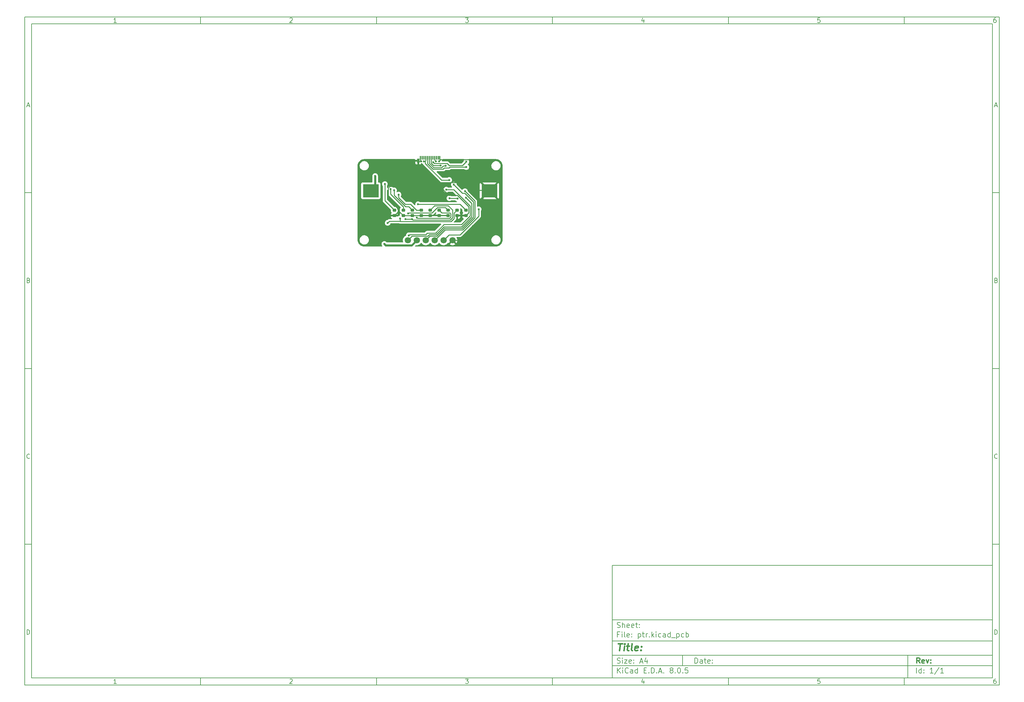
<source format=gbr>
%TF.GenerationSoftware,KiCad,Pcbnew,8.0.5*%
%TF.CreationDate,2024-11-03T20:33:15+08:00*%
%TF.ProjectId,ptr,7074722e-6b69-4636-9164-5f7063625858,rev?*%
%TF.SameCoordinates,Original*%
%TF.FileFunction,Copper,L1,Top*%
%TF.FilePolarity,Positive*%
%FSLAX46Y46*%
G04 Gerber Fmt 4.6, Leading zero omitted, Abs format (unit mm)*
G04 Created by KiCad (PCBNEW 8.0.5) date 2024-11-03 20:33:15*
%MOMM*%
%LPD*%
G01*
G04 APERTURE LIST*
G04 Aperture macros list*
%AMRoundRect*
0 Rectangle with rounded corners*
0 $1 Rounding radius*
0 $2 $3 $4 $5 $6 $7 $8 $9 X,Y pos of 4 corners*
0 Add a 4 corners polygon primitive as box body*
4,1,4,$2,$3,$4,$5,$6,$7,$8,$9,$2,$3,0*
0 Add four circle primitives for the rounded corners*
1,1,$1+$1,$2,$3*
1,1,$1+$1,$4,$5*
1,1,$1+$1,$6,$7*
1,1,$1+$1,$8,$9*
0 Add four rect primitives between the rounded corners*
20,1,$1+$1,$2,$3,$4,$5,0*
20,1,$1+$1,$4,$5,$6,$7,0*
20,1,$1+$1,$6,$7,$8,$9,0*
20,1,$1+$1,$8,$9,$2,$3,0*%
G04 Aperture macros list end*
%ADD10C,0.100000*%
%ADD11C,0.150000*%
%ADD12C,0.300000*%
%ADD13C,0.400000*%
%TA.AperFunction,SMDPad,CuDef*%
%ADD14R,4.500000X3.750000*%
%TD*%
%TA.AperFunction,SMDPad,CuDef*%
%ADD15RoundRect,0.218750X-0.256250X0.218750X-0.256250X-0.218750X0.256250X-0.218750X0.256250X0.218750X0*%
%TD*%
%TA.AperFunction,SMDPad,CuDef*%
%ADD16R,0.380000X1.000000*%
%TD*%
%TA.AperFunction,SMDPad,CuDef*%
%ADD17R,0.700000X1.150000*%
%TD*%
%TA.AperFunction,SMDPad,CuDef*%
%ADD18C,1.800000*%
%TD*%
%TA.AperFunction,ViaPad*%
%ADD19C,0.600000*%
%TD*%
%TA.AperFunction,Conductor*%
%ADD20C,0.220000*%
%TD*%
%TA.AperFunction,Conductor*%
%ADD21C,0.600000*%
%TD*%
G04 APERTURE END LIST*
D10*
D11*
X177002200Y-166007200D02*
X285002200Y-166007200D01*
X285002200Y-198007200D01*
X177002200Y-198007200D01*
X177002200Y-166007200D01*
D10*
D11*
X10000000Y-10000000D02*
X287002200Y-10000000D01*
X287002200Y-200007200D01*
X10000000Y-200007200D01*
X10000000Y-10000000D01*
D10*
D11*
X12000000Y-12000000D02*
X285002200Y-12000000D01*
X285002200Y-198007200D01*
X12000000Y-198007200D01*
X12000000Y-12000000D01*
D10*
D11*
X60000000Y-12000000D02*
X60000000Y-10000000D01*
D10*
D11*
X110000000Y-12000000D02*
X110000000Y-10000000D01*
D10*
D11*
X160000000Y-12000000D02*
X160000000Y-10000000D01*
D10*
D11*
X210000000Y-12000000D02*
X210000000Y-10000000D01*
D10*
D11*
X260000000Y-12000000D02*
X260000000Y-10000000D01*
D10*
D11*
X36089160Y-11593604D02*
X35346303Y-11593604D01*
X35717731Y-11593604D02*
X35717731Y-10293604D01*
X35717731Y-10293604D02*
X35593922Y-10479319D01*
X35593922Y-10479319D02*
X35470112Y-10603128D01*
X35470112Y-10603128D02*
X35346303Y-10665033D01*
D10*
D11*
X85346303Y-10417414D02*
X85408207Y-10355509D01*
X85408207Y-10355509D02*
X85532017Y-10293604D01*
X85532017Y-10293604D02*
X85841541Y-10293604D01*
X85841541Y-10293604D02*
X85965350Y-10355509D01*
X85965350Y-10355509D02*
X86027255Y-10417414D01*
X86027255Y-10417414D02*
X86089160Y-10541223D01*
X86089160Y-10541223D02*
X86089160Y-10665033D01*
X86089160Y-10665033D02*
X86027255Y-10850747D01*
X86027255Y-10850747D02*
X85284398Y-11593604D01*
X85284398Y-11593604D02*
X86089160Y-11593604D01*
D10*
D11*
X135284398Y-10293604D02*
X136089160Y-10293604D01*
X136089160Y-10293604D02*
X135655826Y-10788842D01*
X135655826Y-10788842D02*
X135841541Y-10788842D01*
X135841541Y-10788842D02*
X135965350Y-10850747D01*
X135965350Y-10850747D02*
X136027255Y-10912652D01*
X136027255Y-10912652D02*
X136089160Y-11036461D01*
X136089160Y-11036461D02*
X136089160Y-11345985D01*
X136089160Y-11345985D02*
X136027255Y-11469795D01*
X136027255Y-11469795D02*
X135965350Y-11531700D01*
X135965350Y-11531700D02*
X135841541Y-11593604D01*
X135841541Y-11593604D02*
X135470112Y-11593604D01*
X135470112Y-11593604D02*
X135346303Y-11531700D01*
X135346303Y-11531700D02*
X135284398Y-11469795D01*
D10*
D11*
X185965350Y-10726938D02*
X185965350Y-11593604D01*
X185655826Y-10231700D02*
X185346303Y-11160271D01*
X185346303Y-11160271D02*
X186151064Y-11160271D01*
D10*
D11*
X236027255Y-10293604D02*
X235408207Y-10293604D01*
X235408207Y-10293604D02*
X235346303Y-10912652D01*
X235346303Y-10912652D02*
X235408207Y-10850747D01*
X235408207Y-10850747D02*
X235532017Y-10788842D01*
X235532017Y-10788842D02*
X235841541Y-10788842D01*
X235841541Y-10788842D02*
X235965350Y-10850747D01*
X235965350Y-10850747D02*
X236027255Y-10912652D01*
X236027255Y-10912652D02*
X236089160Y-11036461D01*
X236089160Y-11036461D02*
X236089160Y-11345985D01*
X236089160Y-11345985D02*
X236027255Y-11469795D01*
X236027255Y-11469795D02*
X235965350Y-11531700D01*
X235965350Y-11531700D02*
X235841541Y-11593604D01*
X235841541Y-11593604D02*
X235532017Y-11593604D01*
X235532017Y-11593604D02*
X235408207Y-11531700D01*
X235408207Y-11531700D02*
X235346303Y-11469795D01*
D10*
D11*
X285965350Y-10293604D02*
X285717731Y-10293604D01*
X285717731Y-10293604D02*
X285593922Y-10355509D01*
X285593922Y-10355509D02*
X285532017Y-10417414D01*
X285532017Y-10417414D02*
X285408207Y-10603128D01*
X285408207Y-10603128D02*
X285346303Y-10850747D01*
X285346303Y-10850747D02*
X285346303Y-11345985D01*
X285346303Y-11345985D02*
X285408207Y-11469795D01*
X285408207Y-11469795D02*
X285470112Y-11531700D01*
X285470112Y-11531700D02*
X285593922Y-11593604D01*
X285593922Y-11593604D02*
X285841541Y-11593604D01*
X285841541Y-11593604D02*
X285965350Y-11531700D01*
X285965350Y-11531700D02*
X286027255Y-11469795D01*
X286027255Y-11469795D02*
X286089160Y-11345985D01*
X286089160Y-11345985D02*
X286089160Y-11036461D01*
X286089160Y-11036461D02*
X286027255Y-10912652D01*
X286027255Y-10912652D02*
X285965350Y-10850747D01*
X285965350Y-10850747D02*
X285841541Y-10788842D01*
X285841541Y-10788842D02*
X285593922Y-10788842D01*
X285593922Y-10788842D02*
X285470112Y-10850747D01*
X285470112Y-10850747D02*
X285408207Y-10912652D01*
X285408207Y-10912652D02*
X285346303Y-11036461D01*
D10*
D11*
X60000000Y-198007200D02*
X60000000Y-200007200D01*
D10*
D11*
X110000000Y-198007200D02*
X110000000Y-200007200D01*
D10*
D11*
X160000000Y-198007200D02*
X160000000Y-200007200D01*
D10*
D11*
X210000000Y-198007200D02*
X210000000Y-200007200D01*
D10*
D11*
X260000000Y-198007200D02*
X260000000Y-200007200D01*
D10*
D11*
X36089160Y-199600804D02*
X35346303Y-199600804D01*
X35717731Y-199600804D02*
X35717731Y-198300804D01*
X35717731Y-198300804D02*
X35593922Y-198486519D01*
X35593922Y-198486519D02*
X35470112Y-198610328D01*
X35470112Y-198610328D02*
X35346303Y-198672233D01*
D10*
D11*
X85346303Y-198424614D02*
X85408207Y-198362709D01*
X85408207Y-198362709D02*
X85532017Y-198300804D01*
X85532017Y-198300804D02*
X85841541Y-198300804D01*
X85841541Y-198300804D02*
X85965350Y-198362709D01*
X85965350Y-198362709D02*
X86027255Y-198424614D01*
X86027255Y-198424614D02*
X86089160Y-198548423D01*
X86089160Y-198548423D02*
X86089160Y-198672233D01*
X86089160Y-198672233D02*
X86027255Y-198857947D01*
X86027255Y-198857947D02*
X85284398Y-199600804D01*
X85284398Y-199600804D02*
X86089160Y-199600804D01*
D10*
D11*
X135284398Y-198300804D02*
X136089160Y-198300804D01*
X136089160Y-198300804D02*
X135655826Y-198796042D01*
X135655826Y-198796042D02*
X135841541Y-198796042D01*
X135841541Y-198796042D02*
X135965350Y-198857947D01*
X135965350Y-198857947D02*
X136027255Y-198919852D01*
X136027255Y-198919852D02*
X136089160Y-199043661D01*
X136089160Y-199043661D02*
X136089160Y-199353185D01*
X136089160Y-199353185D02*
X136027255Y-199476995D01*
X136027255Y-199476995D02*
X135965350Y-199538900D01*
X135965350Y-199538900D02*
X135841541Y-199600804D01*
X135841541Y-199600804D02*
X135470112Y-199600804D01*
X135470112Y-199600804D02*
X135346303Y-199538900D01*
X135346303Y-199538900D02*
X135284398Y-199476995D01*
D10*
D11*
X185965350Y-198734138D02*
X185965350Y-199600804D01*
X185655826Y-198238900D02*
X185346303Y-199167471D01*
X185346303Y-199167471D02*
X186151064Y-199167471D01*
D10*
D11*
X236027255Y-198300804D02*
X235408207Y-198300804D01*
X235408207Y-198300804D02*
X235346303Y-198919852D01*
X235346303Y-198919852D02*
X235408207Y-198857947D01*
X235408207Y-198857947D02*
X235532017Y-198796042D01*
X235532017Y-198796042D02*
X235841541Y-198796042D01*
X235841541Y-198796042D02*
X235965350Y-198857947D01*
X235965350Y-198857947D02*
X236027255Y-198919852D01*
X236027255Y-198919852D02*
X236089160Y-199043661D01*
X236089160Y-199043661D02*
X236089160Y-199353185D01*
X236089160Y-199353185D02*
X236027255Y-199476995D01*
X236027255Y-199476995D02*
X235965350Y-199538900D01*
X235965350Y-199538900D02*
X235841541Y-199600804D01*
X235841541Y-199600804D02*
X235532017Y-199600804D01*
X235532017Y-199600804D02*
X235408207Y-199538900D01*
X235408207Y-199538900D02*
X235346303Y-199476995D01*
D10*
D11*
X285965350Y-198300804D02*
X285717731Y-198300804D01*
X285717731Y-198300804D02*
X285593922Y-198362709D01*
X285593922Y-198362709D02*
X285532017Y-198424614D01*
X285532017Y-198424614D02*
X285408207Y-198610328D01*
X285408207Y-198610328D02*
X285346303Y-198857947D01*
X285346303Y-198857947D02*
X285346303Y-199353185D01*
X285346303Y-199353185D02*
X285408207Y-199476995D01*
X285408207Y-199476995D02*
X285470112Y-199538900D01*
X285470112Y-199538900D02*
X285593922Y-199600804D01*
X285593922Y-199600804D02*
X285841541Y-199600804D01*
X285841541Y-199600804D02*
X285965350Y-199538900D01*
X285965350Y-199538900D02*
X286027255Y-199476995D01*
X286027255Y-199476995D02*
X286089160Y-199353185D01*
X286089160Y-199353185D02*
X286089160Y-199043661D01*
X286089160Y-199043661D02*
X286027255Y-198919852D01*
X286027255Y-198919852D02*
X285965350Y-198857947D01*
X285965350Y-198857947D02*
X285841541Y-198796042D01*
X285841541Y-198796042D02*
X285593922Y-198796042D01*
X285593922Y-198796042D02*
X285470112Y-198857947D01*
X285470112Y-198857947D02*
X285408207Y-198919852D01*
X285408207Y-198919852D02*
X285346303Y-199043661D01*
D10*
D11*
X10000000Y-60000000D02*
X12000000Y-60000000D01*
D10*
D11*
X10000000Y-110000000D02*
X12000000Y-110000000D01*
D10*
D11*
X10000000Y-160000000D02*
X12000000Y-160000000D01*
D10*
D11*
X10690476Y-35222176D02*
X11309523Y-35222176D01*
X10566666Y-35593604D02*
X10999999Y-34293604D01*
X10999999Y-34293604D02*
X11433333Y-35593604D01*
D10*
D11*
X11092857Y-84912652D02*
X11278571Y-84974557D01*
X11278571Y-84974557D02*
X11340476Y-85036461D01*
X11340476Y-85036461D02*
X11402380Y-85160271D01*
X11402380Y-85160271D02*
X11402380Y-85345985D01*
X11402380Y-85345985D02*
X11340476Y-85469795D01*
X11340476Y-85469795D02*
X11278571Y-85531700D01*
X11278571Y-85531700D02*
X11154761Y-85593604D01*
X11154761Y-85593604D02*
X10659523Y-85593604D01*
X10659523Y-85593604D02*
X10659523Y-84293604D01*
X10659523Y-84293604D02*
X11092857Y-84293604D01*
X11092857Y-84293604D02*
X11216666Y-84355509D01*
X11216666Y-84355509D02*
X11278571Y-84417414D01*
X11278571Y-84417414D02*
X11340476Y-84541223D01*
X11340476Y-84541223D02*
X11340476Y-84665033D01*
X11340476Y-84665033D02*
X11278571Y-84788842D01*
X11278571Y-84788842D02*
X11216666Y-84850747D01*
X11216666Y-84850747D02*
X11092857Y-84912652D01*
X11092857Y-84912652D02*
X10659523Y-84912652D01*
D10*
D11*
X11402380Y-135469795D02*
X11340476Y-135531700D01*
X11340476Y-135531700D02*
X11154761Y-135593604D01*
X11154761Y-135593604D02*
X11030952Y-135593604D01*
X11030952Y-135593604D02*
X10845238Y-135531700D01*
X10845238Y-135531700D02*
X10721428Y-135407890D01*
X10721428Y-135407890D02*
X10659523Y-135284080D01*
X10659523Y-135284080D02*
X10597619Y-135036461D01*
X10597619Y-135036461D02*
X10597619Y-134850747D01*
X10597619Y-134850747D02*
X10659523Y-134603128D01*
X10659523Y-134603128D02*
X10721428Y-134479319D01*
X10721428Y-134479319D02*
X10845238Y-134355509D01*
X10845238Y-134355509D02*
X11030952Y-134293604D01*
X11030952Y-134293604D02*
X11154761Y-134293604D01*
X11154761Y-134293604D02*
X11340476Y-134355509D01*
X11340476Y-134355509D02*
X11402380Y-134417414D01*
D10*
D11*
X10659523Y-185593604D02*
X10659523Y-184293604D01*
X10659523Y-184293604D02*
X10969047Y-184293604D01*
X10969047Y-184293604D02*
X11154761Y-184355509D01*
X11154761Y-184355509D02*
X11278571Y-184479319D01*
X11278571Y-184479319D02*
X11340476Y-184603128D01*
X11340476Y-184603128D02*
X11402380Y-184850747D01*
X11402380Y-184850747D02*
X11402380Y-185036461D01*
X11402380Y-185036461D02*
X11340476Y-185284080D01*
X11340476Y-185284080D02*
X11278571Y-185407890D01*
X11278571Y-185407890D02*
X11154761Y-185531700D01*
X11154761Y-185531700D02*
X10969047Y-185593604D01*
X10969047Y-185593604D02*
X10659523Y-185593604D01*
D10*
D11*
X287002200Y-60000000D02*
X285002200Y-60000000D01*
D10*
D11*
X287002200Y-110000000D02*
X285002200Y-110000000D01*
D10*
D11*
X287002200Y-160000000D02*
X285002200Y-160000000D01*
D10*
D11*
X285692676Y-35222176D02*
X286311723Y-35222176D01*
X285568866Y-35593604D02*
X286002199Y-34293604D01*
X286002199Y-34293604D02*
X286435533Y-35593604D01*
D10*
D11*
X286095057Y-84912652D02*
X286280771Y-84974557D01*
X286280771Y-84974557D02*
X286342676Y-85036461D01*
X286342676Y-85036461D02*
X286404580Y-85160271D01*
X286404580Y-85160271D02*
X286404580Y-85345985D01*
X286404580Y-85345985D02*
X286342676Y-85469795D01*
X286342676Y-85469795D02*
X286280771Y-85531700D01*
X286280771Y-85531700D02*
X286156961Y-85593604D01*
X286156961Y-85593604D02*
X285661723Y-85593604D01*
X285661723Y-85593604D02*
X285661723Y-84293604D01*
X285661723Y-84293604D02*
X286095057Y-84293604D01*
X286095057Y-84293604D02*
X286218866Y-84355509D01*
X286218866Y-84355509D02*
X286280771Y-84417414D01*
X286280771Y-84417414D02*
X286342676Y-84541223D01*
X286342676Y-84541223D02*
X286342676Y-84665033D01*
X286342676Y-84665033D02*
X286280771Y-84788842D01*
X286280771Y-84788842D02*
X286218866Y-84850747D01*
X286218866Y-84850747D02*
X286095057Y-84912652D01*
X286095057Y-84912652D02*
X285661723Y-84912652D01*
D10*
D11*
X286404580Y-135469795D02*
X286342676Y-135531700D01*
X286342676Y-135531700D02*
X286156961Y-135593604D01*
X286156961Y-135593604D02*
X286033152Y-135593604D01*
X286033152Y-135593604D02*
X285847438Y-135531700D01*
X285847438Y-135531700D02*
X285723628Y-135407890D01*
X285723628Y-135407890D02*
X285661723Y-135284080D01*
X285661723Y-135284080D02*
X285599819Y-135036461D01*
X285599819Y-135036461D02*
X285599819Y-134850747D01*
X285599819Y-134850747D02*
X285661723Y-134603128D01*
X285661723Y-134603128D02*
X285723628Y-134479319D01*
X285723628Y-134479319D02*
X285847438Y-134355509D01*
X285847438Y-134355509D02*
X286033152Y-134293604D01*
X286033152Y-134293604D02*
X286156961Y-134293604D01*
X286156961Y-134293604D02*
X286342676Y-134355509D01*
X286342676Y-134355509D02*
X286404580Y-134417414D01*
D10*
D11*
X285661723Y-185593604D02*
X285661723Y-184293604D01*
X285661723Y-184293604D02*
X285971247Y-184293604D01*
X285971247Y-184293604D02*
X286156961Y-184355509D01*
X286156961Y-184355509D02*
X286280771Y-184479319D01*
X286280771Y-184479319D02*
X286342676Y-184603128D01*
X286342676Y-184603128D02*
X286404580Y-184850747D01*
X286404580Y-184850747D02*
X286404580Y-185036461D01*
X286404580Y-185036461D02*
X286342676Y-185284080D01*
X286342676Y-185284080D02*
X286280771Y-185407890D01*
X286280771Y-185407890D02*
X286156961Y-185531700D01*
X286156961Y-185531700D02*
X285971247Y-185593604D01*
X285971247Y-185593604D02*
X285661723Y-185593604D01*
D10*
D11*
X200458026Y-193793328D02*
X200458026Y-192293328D01*
X200458026Y-192293328D02*
X200815169Y-192293328D01*
X200815169Y-192293328D02*
X201029455Y-192364757D01*
X201029455Y-192364757D02*
X201172312Y-192507614D01*
X201172312Y-192507614D02*
X201243741Y-192650471D01*
X201243741Y-192650471D02*
X201315169Y-192936185D01*
X201315169Y-192936185D02*
X201315169Y-193150471D01*
X201315169Y-193150471D02*
X201243741Y-193436185D01*
X201243741Y-193436185D02*
X201172312Y-193579042D01*
X201172312Y-193579042D02*
X201029455Y-193721900D01*
X201029455Y-193721900D02*
X200815169Y-193793328D01*
X200815169Y-193793328D02*
X200458026Y-193793328D01*
X202600884Y-193793328D02*
X202600884Y-193007614D01*
X202600884Y-193007614D02*
X202529455Y-192864757D01*
X202529455Y-192864757D02*
X202386598Y-192793328D01*
X202386598Y-192793328D02*
X202100884Y-192793328D01*
X202100884Y-192793328D02*
X201958026Y-192864757D01*
X202600884Y-193721900D02*
X202458026Y-193793328D01*
X202458026Y-193793328D02*
X202100884Y-193793328D01*
X202100884Y-193793328D02*
X201958026Y-193721900D01*
X201958026Y-193721900D02*
X201886598Y-193579042D01*
X201886598Y-193579042D02*
X201886598Y-193436185D01*
X201886598Y-193436185D02*
X201958026Y-193293328D01*
X201958026Y-193293328D02*
X202100884Y-193221900D01*
X202100884Y-193221900D02*
X202458026Y-193221900D01*
X202458026Y-193221900D02*
X202600884Y-193150471D01*
X203100884Y-192793328D02*
X203672312Y-192793328D01*
X203315169Y-192293328D02*
X203315169Y-193579042D01*
X203315169Y-193579042D02*
X203386598Y-193721900D01*
X203386598Y-193721900D02*
X203529455Y-193793328D01*
X203529455Y-193793328D02*
X203672312Y-193793328D01*
X204743741Y-193721900D02*
X204600884Y-193793328D01*
X204600884Y-193793328D02*
X204315170Y-193793328D01*
X204315170Y-193793328D02*
X204172312Y-193721900D01*
X204172312Y-193721900D02*
X204100884Y-193579042D01*
X204100884Y-193579042D02*
X204100884Y-193007614D01*
X204100884Y-193007614D02*
X204172312Y-192864757D01*
X204172312Y-192864757D02*
X204315170Y-192793328D01*
X204315170Y-192793328D02*
X204600884Y-192793328D01*
X204600884Y-192793328D02*
X204743741Y-192864757D01*
X204743741Y-192864757D02*
X204815170Y-193007614D01*
X204815170Y-193007614D02*
X204815170Y-193150471D01*
X204815170Y-193150471D02*
X204100884Y-193293328D01*
X205458026Y-193650471D02*
X205529455Y-193721900D01*
X205529455Y-193721900D02*
X205458026Y-193793328D01*
X205458026Y-193793328D02*
X205386598Y-193721900D01*
X205386598Y-193721900D02*
X205458026Y-193650471D01*
X205458026Y-193650471D02*
X205458026Y-193793328D01*
X205458026Y-192864757D02*
X205529455Y-192936185D01*
X205529455Y-192936185D02*
X205458026Y-193007614D01*
X205458026Y-193007614D02*
X205386598Y-192936185D01*
X205386598Y-192936185D02*
X205458026Y-192864757D01*
X205458026Y-192864757D02*
X205458026Y-193007614D01*
D10*
D11*
X177002200Y-194507200D02*
X285002200Y-194507200D01*
D10*
D11*
X178458026Y-196593328D02*
X178458026Y-195093328D01*
X179315169Y-196593328D02*
X178672312Y-195736185D01*
X179315169Y-195093328D02*
X178458026Y-195950471D01*
X179958026Y-196593328D02*
X179958026Y-195593328D01*
X179958026Y-195093328D02*
X179886598Y-195164757D01*
X179886598Y-195164757D02*
X179958026Y-195236185D01*
X179958026Y-195236185D02*
X180029455Y-195164757D01*
X180029455Y-195164757D02*
X179958026Y-195093328D01*
X179958026Y-195093328D02*
X179958026Y-195236185D01*
X181529455Y-196450471D02*
X181458027Y-196521900D01*
X181458027Y-196521900D02*
X181243741Y-196593328D01*
X181243741Y-196593328D02*
X181100884Y-196593328D01*
X181100884Y-196593328D02*
X180886598Y-196521900D01*
X180886598Y-196521900D02*
X180743741Y-196379042D01*
X180743741Y-196379042D02*
X180672312Y-196236185D01*
X180672312Y-196236185D02*
X180600884Y-195950471D01*
X180600884Y-195950471D02*
X180600884Y-195736185D01*
X180600884Y-195736185D02*
X180672312Y-195450471D01*
X180672312Y-195450471D02*
X180743741Y-195307614D01*
X180743741Y-195307614D02*
X180886598Y-195164757D01*
X180886598Y-195164757D02*
X181100884Y-195093328D01*
X181100884Y-195093328D02*
X181243741Y-195093328D01*
X181243741Y-195093328D02*
X181458027Y-195164757D01*
X181458027Y-195164757D02*
X181529455Y-195236185D01*
X182815170Y-196593328D02*
X182815170Y-195807614D01*
X182815170Y-195807614D02*
X182743741Y-195664757D01*
X182743741Y-195664757D02*
X182600884Y-195593328D01*
X182600884Y-195593328D02*
X182315170Y-195593328D01*
X182315170Y-195593328D02*
X182172312Y-195664757D01*
X182815170Y-196521900D02*
X182672312Y-196593328D01*
X182672312Y-196593328D02*
X182315170Y-196593328D01*
X182315170Y-196593328D02*
X182172312Y-196521900D01*
X182172312Y-196521900D02*
X182100884Y-196379042D01*
X182100884Y-196379042D02*
X182100884Y-196236185D01*
X182100884Y-196236185D02*
X182172312Y-196093328D01*
X182172312Y-196093328D02*
X182315170Y-196021900D01*
X182315170Y-196021900D02*
X182672312Y-196021900D01*
X182672312Y-196021900D02*
X182815170Y-195950471D01*
X184172313Y-196593328D02*
X184172313Y-195093328D01*
X184172313Y-196521900D02*
X184029455Y-196593328D01*
X184029455Y-196593328D02*
X183743741Y-196593328D01*
X183743741Y-196593328D02*
X183600884Y-196521900D01*
X183600884Y-196521900D02*
X183529455Y-196450471D01*
X183529455Y-196450471D02*
X183458027Y-196307614D01*
X183458027Y-196307614D02*
X183458027Y-195879042D01*
X183458027Y-195879042D02*
X183529455Y-195736185D01*
X183529455Y-195736185D02*
X183600884Y-195664757D01*
X183600884Y-195664757D02*
X183743741Y-195593328D01*
X183743741Y-195593328D02*
X184029455Y-195593328D01*
X184029455Y-195593328D02*
X184172313Y-195664757D01*
X186029455Y-195807614D02*
X186529455Y-195807614D01*
X186743741Y-196593328D02*
X186029455Y-196593328D01*
X186029455Y-196593328D02*
X186029455Y-195093328D01*
X186029455Y-195093328D02*
X186743741Y-195093328D01*
X187386598Y-196450471D02*
X187458027Y-196521900D01*
X187458027Y-196521900D02*
X187386598Y-196593328D01*
X187386598Y-196593328D02*
X187315170Y-196521900D01*
X187315170Y-196521900D02*
X187386598Y-196450471D01*
X187386598Y-196450471D02*
X187386598Y-196593328D01*
X188100884Y-196593328D02*
X188100884Y-195093328D01*
X188100884Y-195093328D02*
X188458027Y-195093328D01*
X188458027Y-195093328D02*
X188672313Y-195164757D01*
X188672313Y-195164757D02*
X188815170Y-195307614D01*
X188815170Y-195307614D02*
X188886599Y-195450471D01*
X188886599Y-195450471D02*
X188958027Y-195736185D01*
X188958027Y-195736185D02*
X188958027Y-195950471D01*
X188958027Y-195950471D02*
X188886599Y-196236185D01*
X188886599Y-196236185D02*
X188815170Y-196379042D01*
X188815170Y-196379042D02*
X188672313Y-196521900D01*
X188672313Y-196521900D02*
X188458027Y-196593328D01*
X188458027Y-196593328D02*
X188100884Y-196593328D01*
X189600884Y-196450471D02*
X189672313Y-196521900D01*
X189672313Y-196521900D02*
X189600884Y-196593328D01*
X189600884Y-196593328D02*
X189529456Y-196521900D01*
X189529456Y-196521900D02*
X189600884Y-196450471D01*
X189600884Y-196450471D02*
X189600884Y-196593328D01*
X190243742Y-196164757D02*
X190958028Y-196164757D01*
X190100885Y-196593328D02*
X190600885Y-195093328D01*
X190600885Y-195093328D02*
X191100885Y-196593328D01*
X191600884Y-196450471D02*
X191672313Y-196521900D01*
X191672313Y-196521900D02*
X191600884Y-196593328D01*
X191600884Y-196593328D02*
X191529456Y-196521900D01*
X191529456Y-196521900D02*
X191600884Y-196450471D01*
X191600884Y-196450471D02*
X191600884Y-196593328D01*
X193672313Y-195736185D02*
X193529456Y-195664757D01*
X193529456Y-195664757D02*
X193458027Y-195593328D01*
X193458027Y-195593328D02*
X193386599Y-195450471D01*
X193386599Y-195450471D02*
X193386599Y-195379042D01*
X193386599Y-195379042D02*
X193458027Y-195236185D01*
X193458027Y-195236185D02*
X193529456Y-195164757D01*
X193529456Y-195164757D02*
X193672313Y-195093328D01*
X193672313Y-195093328D02*
X193958027Y-195093328D01*
X193958027Y-195093328D02*
X194100885Y-195164757D01*
X194100885Y-195164757D02*
X194172313Y-195236185D01*
X194172313Y-195236185D02*
X194243742Y-195379042D01*
X194243742Y-195379042D02*
X194243742Y-195450471D01*
X194243742Y-195450471D02*
X194172313Y-195593328D01*
X194172313Y-195593328D02*
X194100885Y-195664757D01*
X194100885Y-195664757D02*
X193958027Y-195736185D01*
X193958027Y-195736185D02*
X193672313Y-195736185D01*
X193672313Y-195736185D02*
X193529456Y-195807614D01*
X193529456Y-195807614D02*
X193458027Y-195879042D01*
X193458027Y-195879042D02*
X193386599Y-196021900D01*
X193386599Y-196021900D02*
X193386599Y-196307614D01*
X193386599Y-196307614D02*
X193458027Y-196450471D01*
X193458027Y-196450471D02*
X193529456Y-196521900D01*
X193529456Y-196521900D02*
X193672313Y-196593328D01*
X193672313Y-196593328D02*
X193958027Y-196593328D01*
X193958027Y-196593328D02*
X194100885Y-196521900D01*
X194100885Y-196521900D02*
X194172313Y-196450471D01*
X194172313Y-196450471D02*
X194243742Y-196307614D01*
X194243742Y-196307614D02*
X194243742Y-196021900D01*
X194243742Y-196021900D02*
X194172313Y-195879042D01*
X194172313Y-195879042D02*
X194100885Y-195807614D01*
X194100885Y-195807614D02*
X193958027Y-195736185D01*
X194886598Y-196450471D02*
X194958027Y-196521900D01*
X194958027Y-196521900D02*
X194886598Y-196593328D01*
X194886598Y-196593328D02*
X194815170Y-196521900D01*
X194815170Y-196521900D02*
X194886598Y-196450471D01*
X194886598Y-196450471D02*
X194886598Y-196593328D01*
X195886599Y-195093328D02*
X196029456Y-195093328D01*
X196029456Y-195093328D02*
X196172313Y-195164757D01*
X196172313Y-195164757D02*
X196243742Y-195236185D01*
X196243742Y-195236185D02*
X196315170Y-195379042D01*
X196315170Y-195379042D02*
X196386599Y-195664757D01*
X196386599Y-195664757D02*
X196386599Y-196021900D01*
X196386599Y-196021900D02*
X196315170Y-196307614D01*
X196315170Y-196307614D02*
X196243742Y-196450471D01*
X196243742Y-196450471D02*
X196172313Y-196521900D01*
X196172313Y-196521900D02*
X196029456Y-196593328D01*
X196029456Y-196593328D02*
X195886599Y-196593328D01*
X195886599Y-196593328D02*
X195743742Y-196521900D01*
X195743742Y-196521900D02*
X195672313Y-196450471D01*
X195672313Y-196450471D02*
X195600884Y-196307614D01*
X195600884Y-196307614D02*
X195529456Y-196021900D01*
X195529456Y-196021900D02*
X195529456Y-195664757D01*
X195529456Y-195664757D02*
X195600884Y-195379042D01*
X195600884Y-195379042D02*
X195672313Y-195236185D01*
X195672313Y-195236185D02*
X195743742Y-195164757D01*
X195743742Y-195164757D02*
X195886599Y-195093328D01*
X197029455Y-196450471D02*
X197100884Y-196521900D01*
X197100884Y-196521900D02*
X197029455Y-196593328D01*
X197029455Y-196593328D02*
X196958027Y-196521900D01*
X196958027Y-196521900D02*
X197029455Y-196450471D01*
X197029455Y-196450471D02*
X197029455Y-196593328D01*
X198458027Y-195093328D02*
X197743741Y-195093328D01*
X197743741Y-195093328D02*
X197672313Y-195807614D01*
X197672313Y-195807614D02*
X197743741Y-195736185D01*
X197743741Y-195736185D02*
X197886599Y-195664757D01*
X197886599Y-195664757D02*
X198243741Y-195664757D01*
X198243741Y-195664757D02*
X198386599Y-195736185D01*
X198386599Y-195736185D02*
X198458027Y-195807614D01*
X198458027Y-195807614D02*
X198529456Y-195950471D01*
X198529456Y-195950471D02*
X198529456Y-196307614D01*
X198529456Y-196307614D02*
X198458027Y-196450471D01*
X198458027Y-196450471D02*
X198386599Y-196521900D01*
X198386599Y-196521900D02*
X198243741Y-196593328D01*
X198243741Y-196593328D02*
X197886599Y-196593328D01*
X197886599Y-196593328D02*
X197743741Y-196521900D01*
X197743741Y-196521900D02*
X197672313Y-196450471D01*
D10*
D11*
X177002200Y-191507200D02*
X285002200Y-191507200D01*
D10*
D12*
X264413853Y-193785528D02*
X263913853Y-193071242D01*
X263556710Y-193785528D02*
X263556710Y-192285528D01*
X263556710Y-192285528D02*
X264128139Y-192285528D01*
X264128139Y-192285528D02*
X264270996Y-192356957D01*
X264270996Y-192356957D02*
X264342425Y-192428385D01*
X264342425Y-192428385D02*
X264413853Y-192571242D01*
X264413853Y-192571242D02*
X264413853Y-192785528D01*
X264413853Y-192785528D02*
X264342425Y-192928385D01*
X264342425Y-192928385D02*
X264270996Y-192999814D01*
X264270996Y-192999814D02*
X264128139Y-193071242D01*
X264128139Y-193071242D02*
X263556710Y-193071242D01*
X265628139Y-193714100D02*
X265485282Y-193785528D01*
X265485282Y-193785528D02*
X265199568Y-193785528D01*
X265199568Y-193785528D02*
X265056710Y-193714100D01*
X265056710Y-193714100D02*
X264985282Y-193571242D01*
X264985282Y-193571242D02*
X264985282Y-192999814D01*
X264985282Y-192999814D02*
X265056710Y-192856957D01*
X265056710Y-192856957D02*
X265199568Y-192785528D01*
X265199568Y-192785528D02*
X265485282Y-192785528D01*
X265485282Y-192785528D02*
X265628139Y-192856957D01*
X265628139Y-192856957D02*
X265699568Y-192999814D01*
X265699568Y-192999814D02*
X265699568Y-193142671D01*
X265699568Y-193142671D02*
X264985282Y-193285528D01*
X266199567Y-192785528D02*
X266556710Y-193785528D01*
X266556710Y-193785528D02*
X266913853Y-192785528D01*
X267485281Y-193642671D02*
X267556710Y-193714100D01*
X267556710Y-193714100D02*
X267485281Y-193785528D01*
X267485281Y-193785528D02*
X267413853Y-193714100D01*
X267413853Y-193714100D02*
X267485281Y-193642671D01*
X267485281Y-193642671D02*
X267485281Y-193785528D01*
X267485281Y-192856957D02*
X267556710Y-192928385D01*
X267556710Y-192928385D02*
X267485281Y-192999814D01*
X267485281Y-192999814D02*
X267413853Y-192928385D01*
X267413853Y-192928385D02*
X267485281Y-192856957D01*
X267485281Y-192856957D02*
X267485281Y-192999814D01*
D10*
D11*
X178386598Y-193721900D02*
X178600884Y-193793328D01*
X178600884Y-193793328D02*
X178958026Y-193793328D01*
X178958026Y-193793328D02*
X179100884Y-193721900D01*
X179100884Y-193721900D02*
X179172312Y-193650471D01*
X179172312Y-193650471D02*
X179243741Y-193507614D01*
X179243741Y-193507614D02*
X179243741Y-193364757D01*
X179243741Y-193364757D02*
X179172312Y-193221900D01*
X179172312Y-193221900D02*
X179100884Y-193150471D01*
X179100884Y-193150471D02*
X178958026Y-193079042D01*
X178958026Y-193079042D02*
X178672312Y-193007614D01*
X178672312Y-193007614D02*
X178529455Y-192936185D01*
X178529455Y-192936185D02*
X178458026Y-192864757D01*
X178458026Y-192864757D02*
X178386598Y-192721900D01*
X178386598Y-192721900D02*
X178386598Y-192579042D01*
X178386598Y-192579042D02*
X178458026Y-192436185D01*
X178458026Y-192436185D02*
X178529455Y-192364757D01*
X178529455Y-192364757D02*
X178672312Y-192293328D01*
X178672312Y-192293328D02*
X179029455Y-192293328D01*
X179029455Y-192293328D02*
X179243741Y-192364757D01*
X179886597Y-193793328D02*
X179886597Y-192793328D01*
X179886597Y-192293328D02*
X179815169Y-192364757D01*
X179815169Y-192364757D02*
X179886597Y-192436185D01*
X179886597Y-192436185D02*
X179958026Y-192364757D01*
X179958026Y-192364757D02*
X179886597Y-192293328D01*
X179886597Y-192293328D02*
X179886597Y-192436185D01*
X180458026Y-192793328D02*
X181243741Y-192793328D01*
X181243741Y-192793328D02*
X180458026Y-193793328D01*
X180458026Y-193793328D02*
X181243741Y-193793328D01*
X182386598Y-193721900D02*
X182243741Y-193793328D01*
X182243741Y-193793328D02*
X181958027Y-193793328D01*
X181958027Y-193793328D02*
X181815169Y-193721900D01*
X181815169Y-193721900D02*
X181743741Y-193579042D01*
X181743741Y-193579042D02*
X181743741Y-193007614D01*
X181743741Y-193007614D02*
X181815169Y-192864757D01*
X181815169Y-192864757D02*
X181958027Y-192793328D01*
X181958027Y-192793328D02*
X182243741Y-192793328D01*
X182243741Y-192793328D02*
X182386598Y-192864757D01*
X182386598Y-192864757D02*
X182458027Y-193007614D01*
X182458027Y-193007614D02*
X182458027Y-193150471D01*
X182458027Y-193150471D02*
X181743741Y-193293328D01*
X183100883Y-193650471D02*
X183172312Y-193721900D01*
X183172312Y-193721900D02*
X183100883Y-193793328D01*
X183100883Y-193793328D02*
X183029455Y-193721900D01*
X183029455Y-193721900D02*
X183100883Y-193650471D01*
X183100883Y-193650471D02*
X183100883Y-193793328D01*
X183100883Y-192864757D02*
X183172312Y-192936185D01*
X183172312Y-192936185D02*
X183100883Y-193007614D01*
X183100883Y-193007614D02*
X183029455Y-192936185D01*
X183029455Y-192936185D02*
X183100883Y-192864757D01*
X183100883Y-192864757D02*
X183100883Y-193007614D01*
X184886598Y-193364757D02*
X185600884Y-193364757D01*
X184743741Y-193793328D02*
X185243741Y-192293328D01*
X185243741Y-192293328D02*
X185743741Y-193793328D01*
X186886598Y-192793328D02*
X186886598Y-193793328D01*
X186529455Y-192221900D02*
X186172312Y-193293328D01*
X186172312Y-193293328D02*
X187100883Y-193293328D01*
D10*
D11*
X263458026Y-196593328D02*
X263458026Y-195093328D01*
X264815170Y-196593328D02*
X264815170Y-195093328D01*
X264815170Y-196521900D02*
X264672312Y-196593328D01*
X264672312Y-196593328D02*
X264386598Y-196593328D01*
X264386598Y-196593328D02*
X264243741Y-196521900D01*
X264243741Y-196521900D02*
X264172312Y-196450471D01*
X264172312Y-196450471D02*
X264100884Y-196307614D01*
X264100884Y-196307614D02*
X264100884Y-195879042D01*
X264100884Y-195879042D02*
X264172312Y-195736185D01*
X264172312Y-195736185D02*
X264243741Y-195664757D01*
X264243741Y-195664757D02*
X264386598Y-195593328D01*
X264386598Y-195593328D02*
X264672312Y-195593328D01*
X264672312Y-195593328D02*
X264815170Y-195664757D01*
X265529455Y-196450471D02*
X265600884Y-196521900D01*
X265600884Y-196521900D02*
X265529455Y-196593328D01*
X265529455Y-196593328D02*
X265458027Y-196521900D01*
X265458027Y-196521900D02*
X265529455Y-196450471D01*
X265529455Y-196450471D02*
X265529455Y-196593328D01*
X265529455Y-195664757D02*
X265600884Y-195736185D01*
X265600884Y-195736185D02*
X265529455Y-195807614D01*
X265529455Y-195807614D02*
X265458027Y-195736185D01*
X265458027Y-195736185D02*
X265529455Y-195664757D01*
X265529455Y-195664757D02*
X265529455Y-195807614D01*
X268172313Y-196593328D02*
X267315170Y-196593328D01*
X267743741Y-196593328D02*
X267743741Y-195093328D01*
X267743741Y-195093328D02*
X267600884Y-195307614D01*
X267600884Y-195307614D02*
X267458027Y-195450471D01*
X267458027Y-195450471D02*
X267315170Y-195521900D01*
X269886598Y-195021900D02*
X268600884Y-196950471D01*
X271172313Y-196593328D02*
X270315170Y-196593328D01*
X270743741Y-196593328D02*
X270743741Y-195093328D01*
X270743741Y-195093328D02*
X270600884Y-195307614D01*
X270600884Y-195307614D02*
X270458027Y-195450471D01*
X270458027Y-195450471D02*
X270315170Y-195521900D01*
D10*
D11*
X177002200Y-187507200D02*
X285002200Y-187507200D01*
D10*
D13*
X178693928Y-188211638D02*
X179836785Y-188211638D01*
X179015357Y-190211638D02*
X179265357Y-188211638D01*
X180253452Y-190211638D02*
X180420119Y-188878304D01*
X180503452Y-188211638D02*
X180396309Y-188306876D01*
X180396309Y-188306876D02*
X180479643Y-188402114D01*
X180479643Y-188402114D02*
X180586786Y-188306876D01*
X180586786Y-188306876D02*
X180503452Y-188211638D01*
X180503452Y-188211638D02*
X180479643Y-188402114D01*
X181086786Y-188878304D02*
X181848690Y-188878304D01*
X181455833Y-188211638D02*
X181241548Y-189925923D01*
X181241548Y-189925923D02*
X181312976Y-190116400D01*
X181312976Y-190116400D02*
X181491548Y-190211638D01*
X181491548Y-190211638D02*
X181682024Y-190211638D01*
X182634405Y-190211638D02*
X182455833Y-190116400D01*
X182455833Y-190116400D02*
X182384405Y-189925923D01*
X182384405Y-189925923D02*
X182598690Y-188211638D01*
X184170119Y-190116400D02*
X183967738Y-190211638D01*
X183967738Y-190211638D02*
X183586785Y-190211638D01*
X183586785Y-190211638D02*
X183408214Y-190116400D01*
X183408214Y-190116400D02*
X183336785Y-189925923D01*
X183336785Y-189925923D02*
X183432024Y-189164019D01*
X183432024Y-189164019D02*
X183551071Y-188973542D01*
X183551071Y-188973542D02*
X183753452Y-188878304D01*
X183753452Y-188878304D02*
X184134404Y-188878304D01*
X184134404Y-188878304D02*
X184312976Y-188973542D01*
X184312976Y-188973542D02*
X184384404Y-189164019D01*
X184384404Y-189164019D02*
X184360595Y-189354495D01*
X184360595Y-189354495D02*
X183384404Y-189544971D01*
X185134405Y-190021161D02*
X185217738Y-190116400D01*
X185217738Y-190116400D02*
X185110595Y-190211638D01*
X185110595Y-190211638D02*
X185027262Y-190116400D01*
X185027262Y-190116400D02*
X185134405Y-190021161D01*
X185134405Y-190021161D02*
X185110595Y-190211638D01*
X185265357Y-188973542D02*
X185348690Y-189068780D01*
X185348690Y-189068780D02*
X185241548Y-189164019D01*
X185241548Y-189164019D02*
X185158214Y-189068780D01*
X185158214Y-189068780D02*
X185265357Y-188973542D01*
X185265357Y-188973542D02*
X185241548Y-189164019D01*
D10*
D11*
X178958026Y-185607614D02*
X178458026Y-185607614D01*
X178458026Y-186393328D02*
X178458026Y-184893328D01*
X178458026Y-184893328D02*
X179172312Y-184893328D01*
X179743740Y-186393328D02*
X179743740Y-185393328D01*
X179743740Y-184893328D02*
X179672312Y-184964757D01*
X179672312Y-184964757D02*
X179743740Y-185036185D01*
X179743740Y-185036185D02*
X179815169Y-184964757D01*
X179815169Y-184964757D02*
X179743740Y-184893328D01*
X179743740Y-184893328D02*
X179743740Y-185036185D01*
X180672312Y-186393328D02*
X180529455Y-186321900D01*
X180529455Y-186321900D02*
X180458026Y-186179042D01*
X180458026Y-186179042D02*
X180458026Y-184893328D01*
X181815169Y-186321900D02*
X181672312Y-186393328D01*
X181672312Y-186393328D02*
X181386598Y-186393328D01*
X181386598Y-186393328D02*
X181243740Y-186321900D01*
X181243740Y-186321900D02*
X181172312Y-186179042D01*
X181172312Y-186179042D02*
X181172312Y-185607614D01*
X181172312Y-185607614D02*
X181243740Y-185464757D01*
X181243740Y-185464757D02*
X181386598Y-185393328D01*
X181386598Y-185393328D02*
X181672312Y-185393328D01*
X181672312Y-185393328D02*
X181815169Y-185464757D01*
X181815169Y-185464757D02*
X181886598Y-185607614D01*
X181886598Y-185607614D02*
X181886598Y-185750471D01*
X181886598Y-185750471D02*
X181172312Y-185893328D01*
X182529454Y-186250471D02*
X182600883Y-186321900D01*
X182600883Y-186321900D02*
X182529454Y-186393328D01*
X182529454Y-186393328D02*
X182458026Y-186321900D01*
X182458026Y-186321900D02*
X182529454Y-186250471D01*
X182529454Y-186250471D02*
X182529454Y-186393328D01*
X182529454Y-185464757D02*
X182600883Y-185536185D01*
X182600883Y-185536185D02*
X182529454Y-185607614D01*
X182529454Y-185607614D02*
X182458026Y-185536185D01*
X182458026Y-185536185D02*
X182529454Y-185464757D01*
X182529454Y-185464757D02*
X182529454Y-185607614D01*
X184386597Y-185393328D02*
X184386597Y-186893328D01*
X184386597Y-185464757D02*
X184529455Y-185393328D01*
X184529455Y-185393328D02*
X184815169Y-185393328D01*
X184815169Y-185393328D02*
X184958026Y-185464757D01*
X184958026Y-185464757D02*
X185029455Y-185536185D01*
X185029455Y-185536185D02*
X185100883Y-185679042D01*
X185100883Y-185679042D02*
X185100883Y-186107614D01*
X185100883Y-186107614D02*
X185029455Y-186250471D01*
X185029455Y-186250471D02*
X184958026Y-186321900D01*
X184958026Y-186321900D02*
X184815169Y-186393328D01*
X184815169Y-186393328D02*
X184529455Y-186393328D01*
X184529455Y-186393328D02*
X184386597Y-186321900D01*
X185529455Y-185393328D02*
X186100883Y-185393328D01*
X185743740Y-184893328D02*
X185743740Y-186179042D01*
X185743740Y-186179042D02*
X185815169Y-186321900D01*
X185815169Y-186321900D02*
X185958026Y-186393328D01*
X185958026Y-186393328D02*
X186100883Y-186393328D01*
X186600883Y-186393328D02*
X186600883Y-185393328D01*
X186600883Y-185679042D02*
X186672312Y-185536185D01*
X186672312Y-185536185D02*
X186743741Y-185464757D01*
X186743741Y-185464757D02*
X186886598Y-185393328D01*
X186886598Y-185393328D02*
X187029455Y-185393328D01*
X187529454Y-186250471D02*
X187600883Y-186321900D01*
X187600883Y-186321900D02*
X187529454Y-186393328D01*
X187529454Y-186393328D02*
X187458026Y-186321900D01*
X187458026Y-186321900D02*
X187529454Y-186250471D01*
X187529454Y-186250471D02*
X187529454Y-186393328D01*
X188243740Y-186393328D02*
X188243740Y-184893328D01*
X188386598Y-185821900D02*
X188815169Y-186393328D01*
X188815169Y-185393328D02*
X188243740Y-185964757D01*
X189458026Y-186393328D02*
X189458026Y-185393328D01*
X189458026Y-184893328D02*
X189386598Y-184964757D01*
X189386598Y-184964757D02*
X189458026Y-185036185D01*
X189458026Y-185036185D02*
X189529455Y-184964757D01*
X189529455Y-184964757D02*
X189458026Y-184893328D01*
X189458026Y-184893328D02*
X189458026Y-185036185D01*
X190815170Y-186321900D02*
X190672312Y-186393328D01*
X190672312Y-186393328D02*
X190386598Y-186393328D01*
X190386598Y-186393328D02*
X190243741Y-186321900D01*
X190243741Y-186321900D02*
X190172312Y-186250471D01*
X190172312Y-186250471D02*
X190100884Y-186107614D01*
X190100884Y-186107614D02*
X190100884Y-185679042D01*
X190100884Y-185679042D02*
X190172312Y-185536185D01*
X190172312Y-185536185D02*
X190243741Y-185464757D01*
X190243741Y-185464757D02*
X190386598Y-185393328D01*
X190386598Y-185393328D02*
X190672312Y-185393328D01*
X190672312Y-185393328D02*
X190815170Y-185464757D01*
X192100884Y-186393328D02*
X192100884Y-185607614D01*
X192100884Y-185607614D02*
X192029455Y-185464757D01*
X192029455Y-185464757D02*
X191886598Y-185393328D01*
X191886598Y-185393328D02*
X191600884Y-185393328D01*
X191600884Y-185393328D02*
X191458026Y-185464757D01*
X192100884Y-186321900D02*
X191958026Y-186393328D01*
X191958026Y-186393328D02*
X191600884Y-186393328D01*
X191600884Y-186393328D02*
X191458026Y-186321900D01*
X191458026Y-186321900D02*
X191386598Y-186179042D01*
X191386598Y-186179042D02*
X191386598Y-186036185D01*
X191386598Y-186036185D02*
X191458026Y-185893328D01*
X191458026Y-185893328D02*
X191600884Y-185821900D01*
X191600884Y-185821900D02*
X191958026Y-185821900D01*
X191958026Y-185821900D02*
X192100884Y-185750471D01*
X193458027Y-186393328D02*
X193458027Y-184893328D01*
X193458027Y-186321900D02*
X193315169Y-186393328D01*
X193315169Y-186393328D02*
X193029455Y-186393328D01*
X193029455Y-186393328D02*
X192886598Y-186321900D01*
X192886598Y-186321900D02*
X192815169Y-186250471D01*
X192815169Y-186250471D02*
X192743741Y-186107614D01*
X192743741Y-186107614D02*
X192743741Y-185679042D01*
X192743741Y-185679042D02*
X192815169Y-185536185D01*
X192815169Y-185536185D02*
X192886598Y-185464757D01*
X192886598Y-185464757D02*
X193029455Y-185393328D01*
X193029455Y-185393328D02*
X193315169Y-185393328D01*
X193315169Y-185393328D02*
X193458027Y-185464757D01*
X193815170Y-186536185D02*
X194958027Y-186536185D01*
X195315169Y-185393328D02*
X195315169Y-186893328D01*
X195315169Y-185464757D02*
X195458027Y-185393328D01*
X195458027Y-185393328D02*
X195743741Y-185393328D01*
X195743741Y-185393328D02*
X195886598Y-185464757D01*
X195886598Y-185464757D02*
X195958027Y-185536185D01*
X195958027Y-185536185D02*
X196029455Y-185679042D01*
X196029455Y-185679042D02*
X196029455Y-186107614D01*
X196029455Y-186107614D02*
X195958027Y-186250471D01*
X195958027Y-186250471D02*
X195886598Y-186321900D01*
X195886598Y-186321900D02*
X195743741Y-186393328D01*
X195743741Y-186393328D02*
X195458027Y-186393328D01*
X195458027Y-186393328D02*
X195315169Y-186321900D01*
X197315170Y-186321900D02*
X197172312Y-186393328D01*
X197172312Y-186393328D02*
X196886598Y-186393328D01*
X196886598Y-186393328D02*
X196743741Y-186321900D01*
X196743741Y-186321900D02*
X196672312Y-186250471D01*
X196672312Y-186250471D02*
X196600884Y-186107614D01*
X196600884Y-186107614D02*
X196600884Y-185679042D01*
X196600884Y-185679042D02*
X196672312Y-185536185D01*
X196672312Y-185536185D02*
X196743741Y-185464757D01*
X196743741Y-185464757D02*
X196886598Y-185393328D01*
X196886598Y-185393328D02*
X197172312Y-185393328D01*
X197172312Y-185393328D02*
X197315170Y-185464757D01*
X197958026Y-186393328D02*
X197958026Y-184893328D01*
X197958026Y-185464757D02*
X198100884Y-185393328D01*
X198100884Y-185393328D02*
X198386598Y-185393328D01*
X198386598Y-185393328D02*
X198529455Y-185464757D01*
X198529455Y-185464757D02*
X198600884Y-185536185D01*
X198600884Y-185536185D02*
X198672312Y-185679042D01*
X198672312Y-185679042D02*
X198672312Y-186107614D01*
X198672312Y-186107614D02*
X198600884Y-186250471D01*
X198600884Y-186250471D02*
X198529455Y-186321900D01*
X198529455Y-186321900D02*
X198386598Y-186393328D01*
X198386598Y-186393328D02*
X198100884Y-186393328D01*
X198100884Y-186393328D02*
X197958026Y-186321900D01*
D10*
D11*
X177002200Y-181507200D02*
X285002200Y-181507200D01*
D10*
D11*
X178386598Y-183621900D02*
X178600884Y-183693328D01*
X178600884Y-183693328D02*
X178958026Y-183693328D01*
X178958026Y-183693328D02*
X179100884Y-183621900D01*
X179100884Y-183621900D02*
X179172312Y-183550471D01*
X179172312Y-183550471D02*
X179243741Y-183407614D01*
X179243741Y-183407614D02*
X179243741Y-183264757D01*
X179243741Y-183264757D02*
X179172312Y-183121900D01*
X179172312Y-183121900D02*
X179100884Y-183050471D01*
X179100884Y-183050471D02*
X178958026Y-182979042D01*
X178958026Y-182979042D02*
X178672312Y-182907614D01*
X178672312Y-182907614D02*
X178529455Y-182836185D01*
X178529455Y-182836185D02*
X178458026Y-182764757D01*
X178458026Y-182764757D02*
X178386598Y-182621900D01*
X178386598Y-182621900D02*
X178386598Y-182479042D01*
X178386598Y-182479042D02*
X178458026Y-182336185D01*
X178458026Y-182336185D02*
X178529455Y-182264757D01*
X178529455Y-182264757D02*
X178672312Y-182193328D01*
X178672312Y-182193328D02*
X179029455Y-182193328D01*
X179029455Y-182193328D02*
X179243741Y-182264757D01*
X179886597Y-183693328D02*
X179886597Y-182193328D01*
X180529455Y-183693328D02*
X180529455Y-182907614D01*
X180529455Y-182907614D02*
X180458026Y-182764757D01*
X180458026Y-182764757D02*
X180315169Y-182693328D01*
X180315169Y-182693328D02*
X180100883Y-182693328D01*
X180100883Y-182693328D02*
X179958026Y-182764757D01*
X179958026Y-182764757D02*
X179886597Y-182836185D01*
X181815169Y-183621900D02*
X181672312Y-183693328D01*
X181672312Y-183693328D02*
X181386598Y-183693328D01*
X181386598Y-183693328D02*
X181243740Y-183621900D01*
X181243740Y-183621900D02*
X181172312Y-183479042D01*
X181172312Y-183479042D02*
X181172312Y-182907614D01*
X181172312Y-182907614D02*
X181243740Y-182764757D01*
X181243740Y-182764757D02*
X181386598Y-182693328D01*
X181386598Y-182693328D02*
X181672312Y-182693328D01*
X181672312Y-182693328D02*
X181815169Y-182764757D01*
X181815169Y-182764757D02*
X181886598Y-182907614D01*
X181886598Y-182907614D02*
X181886598Y-183050471D01*
X181886598Y-183050471D02*
X181172312Y-183193328D01*
X183100883Y-183621900D02*
X182958026Y-183693328D01*
X182958026Y-183693328D02*
X182672312Y-183693328D01*
X182672312Y-183693328D02*
X182529454Y-183621900D01*
X182529454Y-183621900D02*
X182458026Y-183479042D01*
X182458026Y-183479042D02*
X182458026Y-182907614D01*
X182458026Y-182907614D02*
X182529454Y-182764757D01*
X182529454Y-182764757D02*
X182672312Y-182693328D01*
X182672312Y-182693328D02*
X182958026Y-182693328D01*
X182958026Y-182693328D02*
X183100883Y-182764757D01*
X183100883Y-182764757D02*
X183172312Y-182907614D01*
X183172312Y-182907614D02*
X183172312Y-183050471D01*
X183172312Y-183050471D02*
X182458026Y-183193328D01*
X183600883Y-182693328D02*
X184172311Y-182693328D01*
X183815168Y-182193328D02*
X183815168Y-183479042D01*
X183815168Y-183479042D02*
X183886597Y-183621900D01*
X183886597Y-183621900D02*
X184029454Y-183693328D01*
X184029454Y-183693328D02*
X184172311Y-183693328D01*
X184672311Y-183550471D02*
X184743740Y-183621900D01*
X184743740Y-183621900D02*
X184672311Y-183693328D01*
X184672311Y-183693328D02*
X184600883Y-183621900D01*
X184600883Y-183621900D02*
X184672311Y-183550471D01*
X184672311Y-183550471D02*
X184672311Y-183693328D01*
X184672311Y-182764757D02*
X184743740Y-182836185D01*
X184743740Y-182836185D02*
X184672311Y-182907614D01*
X184672311Y-182907614D02*
X184600883Y-182836185D01*
X184600883Y-182836185D02*
X184672311Y-182764757D01*
X184672311Y-182764757D02*
X184672311Y-182907614D01*
D10*
D11*
X197002200Y-191507200D02*
X197002200Y-194507200D01*
D10*
D11*
X261002200Y-191507200D02*
X261002200Y-198007200D01*
D14*
%TO.P,J3,1,Pin_1*%
%TO.N,GND*%
X142075000Y-59434000D03*
%TD*%
%TO.P,J2,1,Pin_1*%
%TO.N,VCC*%
X108369000Y-59434000D03*
%TD*%
D15*
%TO.P,Q9,1,C*%
%TO.N,/DATA7*%
X135382000Y-64945000D03*
%TO.P,Q9,2,E*%
%TO.N,GND*%
X135382000Y-66520000D03*
%TD*%
%TO.P,Q1,1,C*%
%TO.N,/DATA0*%
X115062000Y-64945000D03*
%TO.P,Q1,2,E*%
%TO.N,GND*%
X115062000Y-66520000D03*
%TD*%
%TO.P,Q5,1,C*%
%TO.N,/DATA3*%
X125222000Y-64945000D03*
%TO.P,Q5,2,E*%
%TO.N,GND*%
X125222000Y-66520000D03*
%TD*%
%TO.P,Q4,1,C*%
%TO.N,/FEED*%
X122682000Y-64945000D03*
%TO.P,Q4,2,E*%
%TO.N,GND*%
X122682000Y-66520000D03*
%TD*%
%TO.P,Q7,1,C*%
%TO.N,/DATA5*%
X130302000Y-64945000D03*
%TO.P,Q7,2,E*%
%TO.N,GND*%
X130302000Y-66520000D03*
%TD*%
%TO.P,Q8,1,C*%
%TO.N,/DATA6*%
X132842000Y-64945000D03*
%TO.P,Q8,2,E*%
%TO.N,GND*%
X132842000Y-66520000D03*
%TD*%
D16*
%TO.P,P1,A1,GND*%
%TO.N,GND*%
X122500000Y-50038000D03*
%TO.P,P1,A2,TX1+*%
%TO.N,unconnected-(P1-TX1+-PadA2)*%
X123000000Y-50038000D03*
%TO.P,P1,A3,TX1-*%
%TO.N,unconnected-(P1-TX1--PadA3)*%
X123500000Y-50038000D03*
%TO.P,P1,A4,VBUS*%
%TO.N,VBUS*%
X124000000Y-50038000D03*
%TO.P,P1,A5,CC*%
%TO.N,Net-(P1-CC)*%
X124500000Y-50038000D03*
%TO.P,P1,A6,D+*%
%TO.N,/DP*%
X125000000Y-50038000D03*
%TO.P,P1,A7,D-*%
%TO.N,/DN*%
X125500000Y-50038000D03*
%TO.P,P1,A8,SBU1*%
%TO.N,unconnected-(P1-SBU1-PadA8)*%
X126000000Y-50038000D03*
%TO.P,P1,A9,VBUS*%
%TO.N,VBUS*%
X126500000Y-50038000D03*
%TO.P,P1,A10,RX2-*%
%TO.N,unconnected-(P1-RX2--PadA10)*%
X127000000Y-50038000D03*
%TO.P,P1,A11,RX2+*%
%TO.N,unconnected-(P1-RX2+-PadA11)*%
X127500000Y-50038000D03*
%TO.P,P1,A12,GND*%
%TO.N,GND*%
X128000000Y-50038000D03*
D17*
%TO.P,P1,S1,SHIELD*%
X121830000Y-50878000D03*
%TD*%
D15*
%TO.P,Q2,1,C*%
%TO.N,/DATA1*%
X117602000Y-64945000D03*
%TO.P,Q2,2,E*%
%TO.N,GND*%
X117602000Y-66520000D03*
%TD*%
D18*
%TO.P,J1,1,Pin_1*%
%TO.N,/MISO*%
X118872000Y-73533000D03*
%TO.P,J1,2,Pin_2*%
%TO.N,VCC*%
X121412000Y-73533000D03*
%TO.P,J1,3,Pin_3*%
%TO.N,/SCK*%
X123952000Y-73533000D03*
%TO.P,J1,4,Pin_4*%
%TO.N,/MOSI*%
X126492000Y-73533000D03*
%TO.P,J1,5,Pin_5*%
%TO.N,/RESET*%
X129032000Y-73533000D03*
%TO.P,J1,6,Pin_6*%
%TO.N,GND*%
X131572000Y-73533000D03*
%TD*%
D15*
%TO.P,Q3,1,C*%
%TO.N,/DATA2*%
X120142000Y-64945000D03*
%TO.P,Q3,2,E*%
%TO.N,GND*%
X120142000Y-66520000D03*
%TD*%
%TO.P,Q6,1,C*%
%TO.N,/DATA4*%
X127762000Y-64945000D03*
%TO.P,Q6,2,E*%
%TO.N,GND*%
X127762000Y-66520000D03*
%TD*%
D19*
%TO.N,GND*%
X125984000Y-56896000D03*
X120396000Y-61976000D03*
%TO.N,/DATA7*%
X121793000Y-63275300D03*
%TO.N,GND*%
X111506000Y-61468000D03*
X111506000Y-63754000D03*
X106680000Y-55880000D03*
X114300000Y-54610000D03*
X114300000Y-52070000D03*
X138430000Y-55880000D03*
X143510000Y-55880000D03*
X140970000Y-52070000D03*
X140970000Y-69850000D03*
X143510000Y-69850000D03*
X140970000Y-72390000D03*
X135890000Y-72390000D03*
X118110000Y-71120000D03*
X115570000Y-71120000D03*
X113030000Y-71120000D03*
X106680000Y-71120000D03*
X106680000Y-68580000D03*
X106680000Y-66040000D03*
X106680000Y-63500000D03*
X137384800Y-69502600D03*
X118178900Y-53728300D03*
X116072300Y-64585300D03*
X137668000Y-51054000D03*
X125222000Y-60793200D03*
X117791200Y-58224300D03*
X122682000Y-51054000D03*
X127762000Y-51054000D03*
%TO.N,VBUS*%
X126873000Y-51054000D03*
X123482000Y-51054000D03*
X130655100Y-56385800D03*
%TO.N,VCC*%
X109601000Y-55245000D03*
X112217000Y-74574400D03*
%TO.N,Net-(P1-VCONN)*%
X126110000Y-51308000D03*
X135509000Y-51181000D03*
%TO.N,Net-(P1-CC)*%
X135509000Y-52705000D03*
%TO.N,/DP*%
X129667000Y-52324000D03*
%TO.N,/DN*%
X128229000Y-52274000D03*
%TO.N,/MOSI*%
X135119600Y-59557200D03*
%TO.N,Net-(U1-PB0)*%
X119180600Y-72127200D03*
X129821500Y-59122800D03*
%TO.N,/SCK*%
X131963900Y-57695000D03*
%TO.N,/MISO*%
X135397500Y-61379300D03*
%TO.N,/RESET*%
X133034700Y-61672200D03*
X130719600Y-61569600D03*
X139039000Y-64712000D03*
%TO.N,/DATA0*%
X112374700Y-57546100D03*
%TO.N,/DATA1*%
X113954900Y-58930400D03*
%TO.N,/DATA2*%
X114987200Y-59336300D03*
%TO.N,/FEED*%
X116267500Y-60540800D03*
%TO.N,/DATA3*%
X118251900Y-67474700D03*
X120073000Y-67474700D03*
%TO.N,/DATA4*%
X121415400Y-67108300D03*
%TO.N,/DATA5*%
X118996300Y-65900800D03*
%TO.N,/DATA6*%
X113156200Y-68584100D03*
X116709700Y-67319500D03*
%TD*%
D20*
%TO.N,GND*%
X127762000Y-66520000D02*
X130302000Y-66520000D01*
%TO.N,/DATA1*%
X113954900Y-60360900D02*
X117602000Y-64008000D01*
X113954900Y-58930400D02*
X113954900Y-60360900D01*
X117602000Y-64008000D02*
X117602000Y-64945000D01*
%TO.N,/DATA2*%
X119158800Y-63961800D02*
X120142000Y-64945000D01*
X118231830Y-63961800D02*
X119158800Y-63961800D01*
X114987200Y-59336300D02*
X114987200Y-60717170D01*
X114987200Y-60717170D02*
X118231830Y-63961800D01*
%TO.N,/DATA7*%
X133712300Y-63275300D02*
X121793000Y-63275300D01*
X135382000Y-64945000D02*
X133712300Y-63275300D01*
%TO.N,GND*%
X121830000Y-50878000D02*
X121830000Y-51764700D01*
X125222000Y-66520000D02*
X127762000Y-66520000D01*
X116072300Y-64585300D02*
X116072300Y-65383100D01*
X120165400Y-66496600D02*
X122658600Y-66496600D01*
X140268600Y-66618800D02*
X140268600Y-59309000D01*
X136730500Y-57504200D02*
X136730500Y-57060800D01*
X137185000Y-50571000D02*
X137668000Y-51054000D01*
X121830000Y-51764700D02*
X128642300Y-58577000D01*
X132965200Y-60724300D02*
X136202800Y-63961900D01*
X116528400Y-65446400D02*
X116135600Y-65446400D01*
X119866400Y-53728300D02*
X121830000Y-51764700D01*
X136202800Y-65699200D02*
X135382000Y-66520000D01*
X117602000Y-66520000D02*
X116528400Y-65446400D01*
X122500000Y-50872000D02*
X122682000Y-51054000D01*
X136730500Y-57060800D02*
X136730500Y-51991500D01*
X122006000Y-51054000D02*
X121830000Y-50878000D01*
X122500000Y-50038000D02*
X122500000Y-50872000D01*
X133354400Y-73533000D02*
X137384800Y-69502600D01*
X122658600Y-66496600D02*
X122682000Y-66520000D01*
X128642300Y-58577000D02*
X128772000Y-58577000D01*
X136730500Y-57060800D02*
X130288200Y-57060800D01*
X117791200Y-58224300D02*
X113781100Y-58224300D01*
X128772000Y-58990000D02*
X130506300Y-60724300D01*
X136730500Y-51991500D02*
X137668000Y-51054000D01*
X116135600Y-65446400D02*
X115062000Y-66520000D01*
X113781100Y-58224300D02*
X113310900Y-58694500D01*
X141097000Y-59309000D02*
X140268600Y-59309000D01*
X128000000Y-50038000D02*
X128000000Y-50816000D01*
X120142000Y-66520000D02*
X120165400Y-66496600D01*
X118178900Y-57836600D02*
X117791200Y-58224300D01*
X128772000Y-58577000D02*
X128772000Y-58990000D01*
X140268600Y-59309000D02*
X138535300Y-59309000D01*
X118178900Y-53728300D02*
X118178900Y-57836600D01*
X137384800Y-69502600D02*
X140268600Y-66618800D01*
X130288200Y-57060800D02*
X128772000Y-58577000D01*
X128245000Y-50571000D02*
X137185000Y-50571000D01*
X128000000Y-50816000D02*
X128245000Y-50571000D01*
X128000000Y-50816000D02*
X127762000Y-51054000D01*
X113310900Y-58694500D02*
X113310900Y-61823900D01*
X113310900Y-61823900D02*
X116072300Y-64585300D01*
X131572000Y-73533000D02*
X133354400Y-73533000D01*
X138535300Y-59309000D02*
X136730500Y-57504200D01*
X116072300Y-65383100D02*
X116135600Y-65446400D01*
X122682000Y-51054000D02*
X122006000Y-51054000D01*
X118178900Y-53728300D02*
X119866400Y-53728300D01*
X130506300Y-60724300D02*
X132965200Y-60724300D01*
X135382000Y-66520000D02*
X132842000Y-66520000D01*
X120142000Y-66520000D02*
X117602000Y-66520000D01*
X122682000Y-66520000D02*
X125222000Y-66520000D01*
X136202800Y-63961900D02*
X136202800Y-65699200D01*
X127762000Y-51054000D02*
X128000000Y-50816000D01*
%TO.N,VBUS*%
X123794000Y-51054000D02*
X123482000Y-51054000D01*
X126500000Y-50038000D02*
X126500000Y-50681000D01*
X126500000Y-50681000D02*
X126873000Y-51054000D01*
X123794000Y-51667800D02*
X123794000Y-51054000D01*
X124000000Y-50038000D02*
X124000000Y-50848000D01*
X128512000Y-56385800D02*
X123794000Y-51667800D01*
X124000000Y-50848000D02*
X123794000Y-51054000D01*
X130655100Y-56385800D02*
X128512000Y-56385800D01*
D21*
%TO.N,VCC*%
X112576000Y-74933000D02*
X112217000Y-74574400D01*
X109601000Y-55245000D02*
X109601000Y-59055000D01*
X121412000Y-73533000D02*
X120012000Y-74933000D01*
X109601000Y-59055000D02*
X109347000Y-59309000D01*
X120012000Y-74933000D02*
X112576000Y-74933000D01*
D20*
%TO.N,Net-(P1-VCONN)*%
X130669000Y-52285000D02*
X130048000Y-51664000D01*
X135509000Y-51181000D02*
X134405000Y-52285000D01*
X126466000Y-51664000D02*
X126110000Y-51308000D01*
X134405000Y-52285000D02*
X130669000Y-52285000D01*
X130048000Y-51664000D02*
X126466000Y-51664000D01*
%TO.N,Net-(P1-CC)*%
X124500000Y-50038000D02*
X124500000Y-51749000D01*
X129261000Y-52934000D02*
X130581000Y-52934000D01*
X126055000Y-53304000D02*
X128891000Y-53304000D01*
X128891000Y-53304000D02*
X129261000Y-52934000D01*
X124500000Y-51749000D02*
X126055000Y-53304000D01*
X130810000Y-52705000D02*
X135509000Y-52705000D01*
X130581000Y-52934000D02*
X130810000Y-52705000D01*
%TO.N,/DP*%
X128839000Y-52526700D02*
X128482000Y-52884000D01*
X129032000Y-52324000D02*
X128839000Y-52517100D01*
X129667000Y-52324000D02*
X129032000Y-52324000D01*
X126229000Y-52884000D02*
X125000000Y-51654600D01*
X128482000Y-52884000D02*
X126229000Y-52884000D01*
X128839000Y-52517100D02*
X128839000Y-52526700D01*
X125000000Y-51654600D02*
X125000000Y-50038000D01*
%TO.N,/DN*%
X126213000Y-52274000D02*
X125500000Y-51560700D01*
X125500000Y-51560700D02*
X125500000Y-50038000D01*
X128229000Y-52274000D02*
X126213000Y-52274000D01*
%TO.N,/MOSI*%
X129486900Y-70538100D02*
X126492000Y-73533000D01*
X137928000Y-67115700D02*
X134505600Y-70538100D01*
X135119600Y-59557200D02*
X137928000Y-62365600D01*
X137928000Y-62365600D02*
X137928000Y-67115700D01*
X134505600Y-70538100D02*
X129486900Y-70538100D01*
%TO.N,Net-(U1-PB0)*%
X126751860Y-71462000D02*
X129143860Y-69070000D01*
X123952000Y-71903000D02*
X124393000Y-71462000D01*
X129143860Y-69070000D02*
X134112000Y-69070000D01*
X124393000Y-71462000D02*
X126751860Y-71462000D01*
X119180600Y-72127200D02*
X119404800Y-71903000D01*
X136624600Y-63781700D02*
X131965700Y-59122800D01*
X134112000Y-69070000D02*
X136624600Y-66557400D01*
X131965700Y-59122800D02*
X129821500Y-59122800D01*
X136624600Y-66557400D02*
X136624600Y-63781700D01*
X119404800Y-71903000D02*
X123952000Y-71903000D01*
%TO.N,/SCK*%
X125162000Y-72323000D02*
X127078800Y-72323000D01*
X134331300Y-70115800D02*
X129286000Y-70115800D01*
X135052600Y-60168900D02*
X137492200Y-62608500D01*
X127078800Y-72323000D02*
X129286000Y-70115800D01*
X123952000Y-73533000D02*
X125162000Y-72323000D01*
X134437800Y-60168900D02*
X135052600Y-60168900D01*
X131963900Y-57695000D02*
X134437800Y-60168900D01*
X137492200Y-62608500D02*
X137492200Y-66954900D01*
X137492200Y-66954900D02*
X134331300Y-70115800D01*
%TO.N,/MISO*%
X126925830Y-71882000D02*
X129112030Y-69695800D01*
X118872000Y-73533000D02*
X120082000Y-72323000D01*
X137046300Y-66787900D02*
X137046300Y-63028100D01*
X130302000Y-69694000D02*
X134140200Y-69694000D01*
X137046300Y-63028100D02*
X135397500Y-61379300D01*
X130300200Y-69695800D02*
X130302000Y-69694000D01*
X124568030Y-72323000D02*
X125009030Y-71882000D01*
X129112030Y-69695800D02*
X130300200Y-69695800D01*
X125009030Y-71882000D02*
X126925830Y-71882000D01*
X134140200Y-69694000D02*
X137046300Y-66787900D01*
X120082000Y-72323000D02*
X124568030Y-72323000D01*
%TO.N,/RESET*%
X130586600Y-71978400D02*
X133716200Y-71978400D01*
X132932100Y-61569600D02*
X133034700Y-61672200D01*
X139039000Y-66655600D02*
X139039000Y-64712000D01*
X130719600Y-61569600D02*
X132932100Y-61569600D01*
X133716200Y-71978400D02*
X139039000Y-66655600D01*
X129032000Y-73533000D02*
X130586600Y-71978400D01*
%TO.N,/DATA0*%
X112374700Y-62257700D02*
X115062000Y-64945000D01*
X112374700Y-57546100D02*
X112374700Y-62257700D01*
%TO.N,/FEED*%
X121370828Y-64945000D02*
X119671828Y-63246000D01*
X116267500Y-61403500D02*
X116267500Y-60540800D01*
X122682000Y-64945000D02*
X121370828Y-64945000D01*
X118110000Y-63246000D02*
X116267500Y-61403500D01*
X119671828Y-63246000D02*
X118110000Y-63246000D01*
%TO.N,/DATA3*%
X131572000Y-67113400D02*
X131572000Y-64923400D01*
X126471700Y-63695300D02*
X125222000Y-64945000D01*
X130950100Y-67735300D02*
X131572000Y-67113400D01*
X120073000Y-67474700D02*
X118251900Y-67474700D01*
X120073000Y-67474700D02*
X120333600Y-67735300D01*
X130343900Y-63695300D02*
X126471700Y-63695300D01*
X131572000Y-64923400D02*
X130343900Y-63695300D01*
X120333600Y-67735300D02*
X130950100Y-67735300D01*
%TO.N,/DATA4*%
X130804600Y-65732500D02*
X128549500Y-65732500D01*
X131119900Y-66047800D02*
X130804600Y-65732500D01*
X121415400Y-67108300D02*
X121585600Y-67278500D01*
X131119900Y-66947700D02*
X131119900Y-66047800D01*
X128549500Y-65732500D02*
X127762000Y-64945000D01*
X130789100Y-67278500D02*
X131119900Y-66947700D01*
X121585600Y-67278500D02*
X130789100Y-67278500D01*
%TO.N,/DATA5*%
X119202100Y-65695000D02*
X125785600Y-65695000D01*
X129542000Y-64185000D02*
X130302000Y-64945000D01*
X127295600Y-64185000D02*
X129542000Y-64185000D01*
X125785600Y-65695000D02*
X127295600Y-64185000D01*
X118996300Y-65900800D02*
X119202100Y-65695000D01*
%TO.N,/DATA6*%
X132054500Y-65732500D02*
X132842000Y-64945000D01*
X131168800Y-68183100D02*
X132054500Y-67297400D01*
X132054500Y-67297400D02*
X132054500Y-65732500D01*
X116772000Y-68183100D02*
X131168800Y-68183100D01*
X116709700Y-68120800D02*
X116709700Y-67319500D01*
X116709700Y-68120800D02*
X116772000Y-68183100D01*
X113619500Y-68120800D02*
X116709700Y-68120800D01*
X113156200Y-68584100D02*
X113619500Y-68120800D01*
%TD*%
%TA.AperFunction,Conductor*%
%TO.N,GND*%
G36*
X120923039Y-50458185D02*
G01*
X120968794Y-50510989D01*
X120980000Y-50562500D01*
X120980000Y-50628000D01*
X121956000Y-50628000D01*
X122023039Y-50647685D01*
X122068794Y-50700489D01*
X122080000Y-50752000D01*
X122080000Y-51953000D01*
X122227828Y-51953000D01*
X122227844Y-51952999D01*
X122287372Y-51946598D01*
X122287379Y-51946596D01*
X122422086Y-51896354D01*
X122422093Y-51896350D01*
X122537187Y-51810190D01*
X122537190Y-51810187D01*
X122623350Y-51695093D01*
X122623355Y-51695084D01*
X122655801Y-51608091D01*
X122697671Y-51552157D01*
X122763135Y-51527739D01*
X122831408Y-51542590D01*
X122859664Y-51563742D01*
X122979738Y-51683816D01*
X123036504Y-51719484D01*
X123132477Y-51779789D01*
X123135198Y-51780741D01*
X123136717Y-51781830D01*
X123138751Y-51782810D01*
X123138579Y-51783166D01*
X123191975Y-51821462D01*
X123208806Y-51850331D01*
X123252979Y-51956976D01*
X123252980Y-51956978D01*
X123319793Y-52056970D01*
X123319796Y-52056974D01*
X128122823Y-56860002D01*
X128122826Y-56860005D01*
X128197100Y-56909633D01*
X128197099Y-56909633D01*
X128216410Y-56922535D01*
X128222820Y-56926818D01*
X128333924Y-56972839D01*
X128451866Y-56996299D01*
X128451870Y-56996300D01*
X128451871Y-56996300D01*
X130086373Y-56996300D01*
X130152345Y-57015306D01*
X130152837Y-57015615D01*
X130152838Y-57015616D01*
X130305578Y-57111589D01*
X130475845Y-57171168D01*
X130475850Y-57171169D01*
X130655096Y-57191365D01*
X130655100Y-57191365D01*
X130655104Y-57191365D01*
X130834349Y-57171169D01*
X130834352Y-57171168D01*
X130834355Y-57171168D01*
X131004622Y-57111589D01*
X131157362Y-57015616D01*
X131284916Y-56888062D01*
X131380889Y-56735322D01*
X131440468Y-56565055D01*
X131460665Y-56385800D01*
X131440468Y-56206545D01*
X131380889Y-56036278D01*
X131284916Y-55883538D01*
X131157362Y-55755984D01*
X131130302Y-55738981D01*
X131004623Y-55660011D01*
X130834354Y-55600431D01*
X130834349Y-55600430D01*
X130655104Y-55580235D01*
X130655096Y-55580235D01*
X130475850Y-55600430D01*
X130475845Y-55600431D01*
X130305576Y-55660011D01*
X130179898Y-55738981D01*
X130153426Y-55755615D01*
X130152345Y-55756294D01*
X130086373Y-55775300D01*
X128816240Y-55775300D01*
X128749201Y-55755615D01*
X128728559Y-55738981D01*
X127115759Y-54126181D01*
X127082274Y-54064858D01*
X127087258Y-53995166D01*
X127129130Y-53939233D01*
X127194594Y-53914816D01*
X127203440Y-53914500D01*
X128951130Y-53914500D01*
X128951131Y-53914499D01*
X129069076Y-53891039D01*
X129180181Y-53845018D01*
X129280171Y-53778206D01*
X129477558Y-53580819D01*
X129538881Y-53547334D01*
X129565239Y-53544500D01*
X130641130Y-53544500D01*
X130641131Y-53544499D01*
X130759076Y-53521039D01*
X130870181Y-53475018D01*
X130970171Y-53408206D01*
X131026559Y-53351817D01*
X131087880Y-53318334D01*
X131114239Y-53315500D01*
X134940273Y-53315500D01*
X135006245Y-53334506D01*
X135006737Y-53334815D01*
X135006738Y-53334816D01*
X135159478Y-53430789D01*
X135285877Y-53475018D01*
X135329745Y-53490368D01*
X135329750Y-53490369D01*
X135508996Y-53510565D01*
X135509000Y-53510565D01*
X135509004Y-53510565D01*
X135688249Y-53490369D01*
X135688252Y-53490368D01*
X135688255Y-53490368D01*
X135858522Y-53430789D01*
X136011262Y-53334816D01*
X136138816Y-53207262D01*
X136234789Y-53054522D01*
X136294368Y-52884255D01*
X136314565Y-52705000D01*
X136305949Y-52628534D01*
X136294369Y-52525750D01*
X136294368Y-52525745D01*
X136259589Y-52426352D01*
X136234789Y-52355478D01*
X136217555Y-52328051D01*
X136150698Y-52221648D01*
X142641300Y-52221648D01*
X142641300Y-52426351D01*
X142673322Y-52628534D01*
X142736581Y-52823223D01*
X142829515Y-53005613D01*
X142949828Y-53171213D01*
X143094586Y-53315971D01*
X143221541Y-53408207D01*
X143260190Y-53436287D01*
X143336204Y-53475018D01*
X143442576Y-53529218D01*
X143442578Y-53529218D01*
X143442581Y-53529220D01*
X143546937Y-53563127D01*
X143637265Y-53592477D01*
X143738357Y-53608488D01*
X143839448Y-53624500D01*
X143839449Y-53624500D01*
X144044151Y-53624500D01*
X144044152Y-53624500D01*
X144246334Y-53592477D01*
X144441019Y-53529220D01*
X144623410Y-53436287D01*
X144739671Y-53351819D01*
X144789013Y-53315971D01*
X144789015Y-53315968D01*
X144789019Y-53315966D01*
X144933766Y-53171219D01*
X144933768Y-53171215D01*
X144933771Y-53171213D01*
X145018550Y-53054523D01*
X145054087Y-53005610D01*
X145147020Y-52823219D01*
X145210277Y-52628534D01*
X145242300Y-52426352D01*
X145242300Y-52221648D01*
X145216217Y-52056970D01*
X145210277Y-52019465D01*
X145159359Y-51862757D01*
X145147020Y-51824781D01*
X145147018Y-51824778D01*
X145147018Y-51824776D01*
X145113303Y-51758607D01*
X145054087Y-51642390D01*
X145008112Y-51579110D01*
X144933771Y-51476786D01*
X144789013Y-51332028D01*
X144623413Y-51211715D01*
X144623412Y-51211714D01*
X144623410Y-51211713D01*
X144553673Y-51176180D01*
X144441023Y-51118781D01*
X144246334Y-51055522D01*
X144071795Y-51027878D01*
X144044152Y-51023500D01*
X143839448Y-51023500D01*
X143815129Y-51027351D01*
X143637265Y-51055522D01*
X143442576Y-51118781D01*
X143260186Y-51211715D01*
X143094586Y-51332028D01*
X142949828Y-51476786D01*
X142829515Y-51642386D01*
X142736581Y-51824776D01*
X142673322Y-52019465D01*
X142641300Y-52221648D01*
X136150698Y-52221648D01*
X136138815Y-52202737D01*
X136011262Y-52075184D01*
X135982276Y-52056971D01*
X135967988Y-52047993D01*
X135921698Y-51995659D01*
X135911050Y-51926606D01*
X135939425Y-51862757D01*
X135967989Y-51838006D01*
X136011262Y-51810816D01*
X136138816Y-51683262D01*
X136234789Y-51530522D01*
X136294368Y-51360255D01*
X136297548Y-51332034D01*
X136314565Y-51181003D01*
X136314565Y-51180996D01*
X136294369Y-51001750D01*
X136294368Y-51001745D01*
X136234788Y-50831476D01*
X136138815Y-50678737D01*
X136110259Y-50650181D01*
X136076774Y-50588858D01*
X136081758Y-50519166D01*
X136123630Y-50463233D01*
X136189094Y-50438816D01*
X136197940Y-50438500D01*
X141933273Y-50438500D01*
X143884217Y-50438500D01*
X143937748Y-50438500D01*
X143945828Y-50438764D01*
X144179816Y-50454100D01*
X144195872Y-50456215D01*
X144421838Y-50501162D01*
X144437493Y-50505357D01*
X144655658Y-50579414D01*
X144670629Y-50585615D01*
X144859462Y-50678737D01*
X144877260Y-50687514D01*
X144891306Y-50695624D01*
X145082861Y-50823616D01*
X145095730Y-50833490D01*
X145268939Y-50985391D01*
X145280408Y-50996860D01*
X145350653Y-51076959D01*
X145387329Y-51118780D01*
X145432309Y-51170069D01*
X145442183Y-51182938D01*
X145570175Y-51374493D01*
X145578285Y-51388539D01*
X145680181Y-51595162D01*
X145686388Y-51610148D01*
X145760440Y-51828300D01*
X145764638Y-51843967D01*
X145809583Y-52069922D01*
X145811700Y-52086003D01*
X145827034Y-52319941D01*
X145827300Y-52328051D01*
X145827300Y-73401948D01*
X145827034Y-73410058D01*
X145811700Y-73643996D01*
X145809583Y-73660077D01*
X145764638Y-73886032D01*
X145760440Y-73901699D01*
X145686388Y-74119851D01*
X145680181Y-74134837D01*
X145578285Y-74341460D01*
X145570175Y-74355506D01*
X145442183Y-74547061D01*
X145432309Y-74559930D01*
X145280408Y-74733139D01*
X145268939Y-74744608D01*
X145095730Y-74896509D01*
X145082861Y-74906383D01*
X144891306Y-75034375D01*
X144877260Y-75042485D01*
X144670637Y-75144381D01*
X144655651Y-75150588D01*
X144437499Y-75224640D01*
X144421832Y-75228838D01*
X144195877Y-75273783D01*
X144179796Y-75275900D01*
X143945858Y-75291234D01*
X143937748Y-75291500D01*
X121084939Y-75291500D01*
X121017900Y-75271815D01*
X120972145Y-75219011D01*
X120962201Y-75149853D01*
X120991226Y-75086297D01*
X120997237Y-75079839D01*
X121120237Y-74956839D01*
X121181556Y-74923357D01*
X121228320Y-74922214D01*
X121295951Y-74933500D01*
X121295954Y-74933500D01*
X121528048Y-74933500D01*
X121528049Y-74933500D01*
X121756981Y-74895298D01*
X121976503Y-74819936D01*
X122180626Y-74709470D01*
X122181170Y-74709047D01*
X122287224Y-74626502D01*
X122363784Y-74566913D01*
X122520979Y-74396153D01*
X122578191Y-74308582D01*
X122631337Y-74263226D01*
X122700568Y-74253802D01*
X122763904Y-74283304D01*
X122785809Y-74308583D01*
X122843016Y-74396147D01*
X122843019Y-74396151D01*
X122843021Y-74396153D01*
X123000216Y-74566913D01*
X123000219Y-74566915D01*
X123000222Y-74566918D01*
X123183365Y-74709464D01*
X123183371Y-74709468D01*
X123183374Y-74709470D01*
X123324654Y-74785927D01*
X123386652Y-74819479D01*
X123387497Y-74819936D01*
X123495263Y-74856932D01*
X123607015Y-74895297D01*
X123607017Y-74895297D01*
X123607019Y-74895298D01*
X123835951Y-74933500D01*
X123835952Y-74933500D01*
X124068048Y-74933500D01*
X124068049Y-74933500D01*
X124296981Y-74895298D01*
X124516503Y-74819936D01*
X124720626Y-74709470D01*
X124721170Y-74709047D01*
X124827224Y-74626502D01*
X124903784Y-74566913D01*
X125060979Y-74396153D01*
X125118191Y-74308582D01*
X125171337Y-74263226D01*
X125240568Y-74253802D01*
X125303904Y-74283304D01*
X125325809Y-74308583D01*
X125383016Y-74396147D01*
X125383019Y-74396151D01*
X125383021Y-74396153D01*
X125540216Y-74566913D01*
X125540219Y-74566915D01*
X125540222Y-74566918D01*
X125723365Y-74709464D01*
X125723371Y-74709468D01*
X125723374Y-74709470D01*
X125864654Y-74785927D01*
X125926652Y-74819479D01*
X125927497Y-74819936D01*
X126035263Y-74856932D01*
X126147015Y-74895297D01*
X126147017Y-74895297D01*
X126147019Y-74895298D01*
X126375951Y-74933500D01*
X126375952Y-74933500D01*
X126608048Y-74933500D01*
X126608049Y-74933500D01*
X126836981Y-74895298D01*
X127056503Y-74819936D01*
X127260626Y-74709470D01*
X127261170Y-74709047D01*
X127367224Y-74626502D01*
X127443784Y-74566913D01*
X127600979Y-74396153D01*
X127658191Y-74308582D01*
X127711337Y-74263226D01*
X127780568Y-74253802D01*
X127843904Y-74283304D01*
X127865809Y-74308583D01*
X127923016Y-74396147D01*
X127923019Y-74396151D01*
X127923021Y-74396153D01*
X128080216Y-74566913D01*
X128080219Y-74566915D01*
X128080222Y-74566918D01*
X128263365Y-74709464D01*
X128263371Y-74709468D01*
X128263374Y-74709470D01*
X128404654Y-74785927D01*
X128466652Y-74819479D01*
X128467497Y-74819936D01*
X128575263Y-74856932D01*
X128687015Y-74895297D01*
X128687017Y-74895297D01*
X128687019Y-74895298D01*
X128915951Y-74933500D01*
X128915952Y-74933500D01*
X129148048Y-74933500D01*
X129148049Y-74933500D01*
X129376981Y-74895298D01*
X129596503Y-74819936D01*
X129800626Y-74709470D01*
X129801170Y-74709047D01*
X129831615Y-74685351D01*
X130773201Y-74685351D01*
X130803649Y-74709050D01*
X131007697Y-74819476D01*
X131007706Y-74819479D01*
X131227139Y-74894811D01*
X131455993Y-74933000D01*
X131688007Y-74933000D01*
X131916860Y-74894811D01*
X132136293Y-74819479D01*
X132136301Y-74819476D01*
X132340355Y-74709047D01*
X132370797Y-74685351D01*
X132370798Y-74685350D01*
X131572001Y-73886553D01*
X131572000Y-73886553D01*
X130773201Y-74685351D01*
X129831615Y-74685351D01*
X129907224Y-74626502D01*
X129983784Y-74566913D01*
X130140979Y-74396153D01*
X130198490Y-74308124D01*
X130251635Y-74262769D01*
X130320866Y-74253345D01*
X130384202Y-74282846D01*
X130406107Y-74308125D01*
X130420812Y-74330632D01*
X131484318Y-73267127D01*
X131545641Y-73233642D01*
X131615333Y-73238626D01*
X131659680Y-73267127D01*
X132723186Y-74330633D01*
X132807482Y-74201611D01*
X132900682Y-73989135D01*
X132957638Y-73764218D01*
X132976798Y-73533005D01*
X132976798Y-73532994D01*
X132957793Y-73303648D01*
X142641300Y-73303648D01*
X142641300Y-73508351D01*
X142673322Y-73710534D01*
X142736581Y-73905223D01*
X142829515Y-74087613D01*
X142949828Y-74253213D01*
X143094586Y-74397971D01*
X143229509Y-74495996D01*
X143260190Y-74518287D01*
X143341919Y-74559930D01*
X143442576Y-74611218D01*
X143442578Y-74611218D01*
X143442581Y-74611220D01*
X143546937Y-74645127D01*
X143637265Y-74674477D01*
X143738357Y-74690488D01*
X143839448Y-74706500D01*
X143839449Y-74706500D01*
X144044151Y-74706500D01*
X144044152Y-74706500D01*
X144246334Y-74674477D01*
X144441019Y-74611220D01*
X144623410Y-74518287D01*
X144737084Y-74435699D01*
X144789013Y-74397971D01*
X144789015Y-74397968D01*
X144789019Y-74397966D01*
X144933766Y-74253219D01*
X144933768Y-74253215D01*
X144933771Y-74253213D01*
X145017670Y-74137734D01*
X145054087Y-74087610D01*
X145147020Y-73905219D01*
X145210277Y-73710534D01*
X145242300Y-73508352D01*
X145242300Y-73303648D01*
X145210277Y-73101466D01*
X145202283Y-73076864D01*
X145158410Y-72941836D01*
X145147020Y-72906781D01*
X145147018Y-72906778D01*
X145147018Y-72906776D01*
X145113303Y-72840607D01*
X145054087Y-72724390D01*
X145046356Y-72713749D01*
X144933771Y-72558786D01*
X144789013Y-72414028D01*
X144623413Y-72293715D01*
X144623412Y-72293714D01*
X144623410Y-72293713D01*
X144521665Y-72241871D01*
X144441023Y-72200781D01*
X144246334Y-72137522D01*
X144071795Y-72109878D01*
X144044152Y-72105500D01*
X143839448Y-72105500D01*
X143815129Y-72109351D01*
X143637265Y-72137522D01*
X143442576Y-72200781D01*
X143260186Y-72293715D01*
X143094586Y-72414028D01*
X142949828Y-72558786D01*
X142829515Y-72724386D01*
X142736581Y-72906776D01*
X142673322Y-73101465D01*
X142641300Y-73303648D01*
X132957793Y-73303648D01*
X132957638Y-73301781D01*
X132900682Y-73076864D01*
X132807482Y-72864388D01*
X132752820Y-72780722D01*
X132732632Y-72713832D01*
X132751811Y-72646647D01*
X132804270Y-72600496D01*
X132856628Y-72588900D01*
X133776330Y-72588900D01*
X133776331Y-72588899D01*
X133894276Y-72565439D01*
X134005381Y-72519418D01*
X134105371Y-72452606D01*
X139513206Y-67044771D01*
X139580018Y-66944780D01*
X139626039Y-66833676D01*
X139649500Y-66715729D01*
X139649500Y-66595471D01*
X139649500Y-65280726D01*
X139668507Y-65214753D01*
X139670438Y-65211681D01*
X139764789Y-65061522D01*
X139824368Y-64891255D01*
X139825159Y-64884239D01*
X139844565Y-64712003D01*
X139844565Y-64711996D01*
X139824369Y-64532750D01*
X139824368Y-64532745D01*
X139764788Y-64362476D01*
X139668815Y-64209737D01*
X139541262Y-64082184D01*
X139388523Y-63986211D01*
X139218254Y-63926631D01*
X139218249Y-63926630D01*
X139039004Y-63906435D01*
X139038996Y-63906435D01*
X138859750Y-63926630D01*
X138859742Y-63926632D01*
X138703454Y-63981320D01*
X138633676Y-63984881D01*
X138573048Y-63950152D01*
X138540821Y-63888159D01*
X138538500Y-63864278D01*
X138538500Y-62305470D01*
X138538499Y-62305466D01*
X138536494Y-62295388D01*
X138515039Y-62187524D01*
X138480893Y-62105089D01*
X138469018Y-62076419D01*
X138402206Y-61976429D01*
X138402203Y-61976425D01*
X138234777Y-61808999D01*
X140053552Y-61808999D01*
X140053553Y-61809000D01*
X144096447Y-61809000D01*
X144096447Y-61808999D01*
X142075000Y-59787553D01*
X140053552Y-61808999D01*
X138234777Y-61808999D01*
X135948505Y-59522728D01*
X135915020Y-59461405D01*
X135912966Y-59448929D01*
X135904969Y-59377950D01*
X135904968Y-59377945D01*
X135878413Y-59302055D01*
X135845389Y-59207678D01*
X135749416Y-59054938D01*
X135621862Y-58927384D01*
X135469123Y-58831411D01*
X135298854Y-58771831D01*
X135298849Y-58771830D01*
X135119604Y-58751635D01*
X135119596Y-58751635D01*
X134940350Y-58771830D01*
X134940345Y-58771831D01*
X134770076Y-58831411D01*
X134617337Y-58927384D01*
X134489784Y-59054937D01*
X134489782Y-59054940D01*
X134455754Y-59109095D01*
X134403419Y-59155386D01*
X134334366Y-59166033D01*
X134270517Y-59137658D01*
X134263080Y-59130803D01*
X132792805Y-57660528D01*
X132759320Y-57599205D01*
X132757266Y-57586729D01*
X132749269Y-57515750D01*
X132749268Y-57515745D01*
X132747662Y-57511155D01*
X139325000Y-57511155D01*
X139325000Y-61356844D01*
X139331401Y-61416372D01*
X139331403Y-61416379D01*
X139381645Y-61551086D01*
X139381647Y-61551089D01*
X139467811Y-61666189D01*
X139480076Y-61675369D01*
X141721447Y-59434000D01*
X141721446Y-59433999D01*
X142428553Y-59433999D01*
X142428553Y-59434000D01*
X144669922Y-61675369D01*
X144669923Y-61675369D01*
X144682185Y-61666192D01*
X144682189Y-61666187D01*
X144768353Y-61551088D01*
X144768354Y-61551086D01*
X144818596Y-61416379D01*
X144818598Y-61416372D01*
X144824999Y-61356844D01*
X144825000Y-61356827D01*
X144825000Y-57511172D01*
X144824999Y-57511155D01*
X144818598Y-57451627D01*
X144818596Y-57451620D01*
X144768354Y-57316913D01*
X144768352Y-57316911D01*
X144682190Y-57201813D01*
X144682186Y-57201808D01*
X144669923Y-57192629D01*
X144669922Y-57192629D01*
X142428553Y-59433999D01*
X141721446Y-59433999D01*
X139480076Y-57192629D01*
X139480075Y-57192629D01*
X139467813Y-57201808D01*
X139467808Y-57201814D01*
X139381649Y-57316906D01*
X139381645Y-57316913D01*
X139331403Y-57451620D01*
X139331401Y-57451627D01*
X139325000Y-57511155D01*
X132747662Y-57511155D01*
X132697167Y-57366850D01*
X132689689Y-57345478D01*
X132671740Y-57316913D01*
X132599193Y-57201455D01*
X132593716Y-57192738D01*
X132466162Y-57065184D01*
X132456320Y-57059000D01*
X140053552Y-57059000D01*
X142075000Y-59080447D01*
X144096447Y-57059000D01*
X140053552Y-57059000D01*
X132456320Y-57059000D01*
X132455526Y-57058501D01*
X132313423Y-56969211D01*
X132143154Y-56909631D01*
X132143149Y-56909630D01*
X131963904Y-56889435D01*
X131963896Y-56889435D01*
X131784650Y-56909630D01*
X131784645Y-56909631D01*
X131614376Y-56969211D01*
X131461637Y-57065184D01*
X131334084Y-57192737D01*
X131238111Y-57345476D01*
X131178531Y-57515745D01*
X131178530Y-57515750D01*
X131158335Y-57694996D01*
X131158335Y-57695003D01*
X131178530Y-57874249D01*
X131178531Y-57874254D01*
X131238111Y-58044523D01*
X131334084Y-58197262D01*
X131437441Y-58300619D01*
X131470926Y-58361942D01*
X131465942Y-58431634D01*
X131424070Y-58487567D01*
X131358606Y-58511984D01*
X131349760Y-58512300D01*
X130390227Y-58512300D01*
X130324255Y-58493294D01*
X130171023Y-58397011D01*
X130000754Y-58337431D01*
X130000749Y-58337430D01*
X129821504Y-58317235D01*
X129821496Y-58317235D01*
X129642250Y-58337430D01*
X129642245Y-58337431D01*
X129471976Y-58397011D01*
X129319237Y-58492984D01*
X129191684Y-58620537D01*
X129095711Y-58773276D01*
X129036131Y-58943545D01*
X129036130Y-58943550D01*
X129015935Y-59122796D01*
X129015935Y-59122803D01*
X129036130Y-59302049D01*
X129036131Y-59302054D01*
X129095711Y-59472323D01*
X129127383Y-59522728D01*
X129191684Y-59625062D01*
X129319238Y-59752616D01*
X129374840Y-59787553D01*
X129469426Y-59846986D01*
X129471978Y-59848589D01*
X129642245Y-59908168D01*
X129642250Y-59908169D01*
X129821496Y-59928365D01*
X129821500Y-59928365D01*
X129821504Y-59928365D01*
X130000749Y-59908169D01*
X130000752Y-59908168D01*
X130000755Y-59908168D01*
X130171022Y-59848589D01*
X130323762Y-59752616D01*
X130323762Y-59752615D01*
X130324255Y-59752306D01*
X130390227Y-59733300D01*
X131661461Y-59733300D01*
X131728500Y-59752985D01*
X131749142Y-59769619D01*
X132724102Y-60744580D01*
X132757587Y-60805903D01*
X132752603Y-60875595D01*
X132710731Y-60931528D01*
X132690239Y-60943973D01*
X132684346Y-60946812D01*
X132630528Y-60959100D01*
X131288327Y-60959100D01*
X131222355Y-60940094D01*
X131208722Y-60931528D01*
X131143144Y-60890322D01*
X131069123Y-60843811D01*
X130898854Y-60784231D01*
X130898849Y-60784230D01*
X130719604Y-60764035D01*
X130719596Y-60764035D01*
X130540350Y-60784230D01*
X130540345Y-60784231D01*
X130370076Y-60843811D01*
X130217337Y-60939784D01*
X130089784Y-61067337D01*
X129993811Y-61220076D01*
X129934231Y-61390345D01*
X129934230Y-61390350D01*
X129914035Y-61569596D01*
X129914035Y-61569603D01*
X129934230Y-61748849D01*
X129934231Y-61748854D01*
X129993811Y-61919123D01*
X130058279Y-62021722D01*
X130089784Y-62071862D01*
X130217338Y-62199416D01*
X130370078Y-62295389D01*
X130540345Y-62354968D01*
X130540350Y-62354969D01*
X130719596Y-62375165D01*
X130719600Y-62375165D01*
X130719604Y-62375165D01*
X130898849Y-62354969D01*
X130898852Y-62354968D01*
X130898855Y-62354968D01*
X131069122Y-62295389D01*
X131221862Y-62199416D01*
X131221862Y-62199415D01*
X131222355Y-62199106D01*
X131288327Y-62180100D01*
X132359160Y-62180100D01*
X132426199Y-62199785D01*
X132446841Y-62216419D01*
X132532438Y-62302016D01*
X132557611Y-62317833D01*
X132685178Y-62397989D01*
X132758821Y-62423758D01*
X132815598Y-62464480D01*
X132841345Y-62529433D01*
X132827889Y-62597994D01*
X132779502Y-62648397D01*
X132717867Y-62664800D01*
X122361727Y-62664800D01*
X122295755Y-62645794D01*
X122294674Y-62645115D01*
X122248044Y-62615815D01*
X122142523Y-62549511D01*
X121972254Y-62489931D01*
X121972249Y-62489930D01*
X121793004Y-62469735D01*
X121792996Y-62469735D01*
X121613750Y-62489930D01*
X121613745Y-62489931D01*
X121443476Y-62549511D01*
X121290737Y-62645484D01*
X121163184Y-62773037D01*
X121067211Y-62925776D01*
X121007631Y-63096045D01*
X121007630Y-63096050D01*
X120987435Y-63275296D01*
X120987435Y-63275305D01*
X121001460Y-63399791D01*
X120989405Y-63468612D01*
X120942056Y-63519991D01*
X120874445Y-63537615D01*
X120808039Y-63515888D01*
X120790559Y-63501354D01*
X120061002Y-62771796D01*
X120060998Y-62771793D01*
X119961006Y-62704980D01*
X119961004Y-62704979D01*
X119849908Y-62658962D01*
X119849896Y-62658959D01*
X119731961Y-62635500D01*
X119731957Y-62635500D01*
X118414239Y-62635500D01*
X118347200Y-62615815D01*
X118326558Y-62599181D01*
X116918280Y-61190903D01*
X116884795Y-61129580D01*
X116889779Y-61059888D01*
X116900965Y-61037253D01*
X116993289Y-60890322D01*
X117052868Y-60720055D01*
X117060752Y-60650081D01*
X117073065Y-60540803D01*
X117073065Y-60540796D01*
X117052869Y-60361550D01*
X117052868Y-60361545D01*
X116993288Y-60191276D01*
X116897315Y-60038537D01*
X116769762Y-59910984D01*
X116617023Y-59815011D01*
X116446754Y-59755431D01*
X116446749Y-59755430D01*
X116267504Y-59735235D01*
X116267496Y-59735235D01*
X116088250Y-59755430D01*
X116088245Y-59755431D01*
X115917975Y-59815011D01*
X115897325Y-59827987D01*
X115830088Y-59846986D01*
X115763253Y-59826617D01*
X115718040Y-59773349D01*
X115708804Y-59704092D01*
X115714314Y-59682037D01*
X115772566Y-59515562D01*
X115772569Y-59515549D01*
X115792765Y-59336303D01*
X115792765Y-59336296D01*
X115772569Y-59157050D01*
X115772568Y-59157045D01*
X115765784Y-59137658D01*
X115712989Y-58986778D01*
X115617016Y-58834038D01*
X115489462Y-58706484D01*
X115336723Y-58610511D01*
X115166454Y-58550931D01*
X115166449Y-58550930D01*
X114987204Y-58530735D01*
X114987196Y-58530735D01*
X114807950Y-58550930D01*
X114807942Y-58550932D01*
X114781537Y-58560172D01*
X114711758Y-58563733D01*
X114651131Y-58529004D01*
X114635589Y-58509102D01*
X114617534Y-58480368D01*
X114584716Y-58428138D01*
X114457162Y-58300584D01*
X114304423Y-58204611D01*
X114134154Y-58145031D01*
X114134149Y-58145030D01*
X113954904Y-58124835D01*
X113954896Y-58124835D01*
X113775650Y-58145030D01*
X113775645Y-58145031D01*
X113605376Y-58204611D01*
X113452637Y-58300584D01*
X113325084Y-58428137D01*
X113229109Y-58580880D01*
X113226241Y-58589077D01*
X113185520Y-58645853D01*
X113120567Y-58671600D01*
X113052005Y-58658144D01*
X113001602Y-58609756D01*
X112985200Y-58548122D01*
X112985200Y-58114826D01*
X113004207Y-58048853D01*
X113006929Y-58044522D01*
X113100489Y-57895622D01*
X113160068Y-57725355D01*
X113163489Y-57694996D01*
X113180265Y-57546103D01*
X113180265Y-57546096D01*
X113160069Y-57366850D01*
X113160068Y-57366845D01*
X113102319Y-57201808D01*
X113100489Y-57196578D01*
X113097213Y-57191365D01*
X113061282Y-57134180D01*
X113004516Y-57043838D01*
X112876962Y-56916284D01*
X112787390Y-56860002D01*
X112724223Y-56820311D01*
X112553954Y-56760731D01*
X112553949Y-56760730D01*
X112374704Y-56740535D01*
X112374696Y-56740535D01*
X112195450Y-56760730D01*
X112195445Y-56760731D01*
X112025176Y-56820311D01*
X111872437Y-56916284D01*
X111744884Y-57043837D01*
X111648911Y-57196576D01*
X111589331Y-57366845D01*
X111589330Y-57366850D01*
X111569135Y-57546096D01*
X111569135Y-57546103D01*
X111589330Y-57725349D01*
X111589331Y-57725354D01*
X111648911Y-57895624D01*
X111718424Y-58006251D01*
X111742471Y-58044522D01*
X111745193Y-58048853D01*
X111764200Y-58114826D01*
X111764200Y-62317833D01*
X111787659Y-62435768D01*
X111787662Y-62435780D01*
X111833679Y-62546876D01*
X111833680Y-62546878D01*
X111900493Y-62646870D01*
X111900496Y-62646874D01*
X114050181Y-64796558D01*
X114083666Y-64857881D01*
X114086500Y-64884239D01*
X114086500Y-65211681D01*
X114096563Y-65310183D01*
X114149450Y-65469784D01*
X114149455Y-65469795D01*
X114237716Y-65612887D01*
X114237719Y-65612892D01*
X114270000Y-65645173D01*
X114303485Y-65706497D01*
X114298499Y-65776188D01*
X114270000Y-65820533D01*
X114238114Y-65852419D01*
X114149908Y-65995422D01*
X114149906Y-65995427D01*
X114097057Y-66154916D01*
X114087000Y-66253349D01*
X114087000Y-66270000D01*
X116036999Y-66270000D01*
X116036999Y-66253364D01*
X116036998Y-66253347D01*
X116026943Y-66154916D01*
X115974093Y-65995427D01*
X115974091Y-65995422D01*
X115885885Y-65852419D01*
X115854000Y-65820534D01*
X115820515Y-65759211D01*
X115825499Y-65689519D01*
X115854000Y-65645172D01*
X115886281Y-65612891D01*
X115974549Y-65469787D01*
X116027436Y-65310185D01*
X116037500Y-65211674D01*
X116037500Y-64678326D01*
X116027436Y-64579815D01*
X115974549Y-64420213D01*
X115974545Y-64420207D01*
X115974544Y-64420204D01*
X115886283Y-64277112D01*
X115886280Y-64277108D01*
X115767391Y-64158219D01*
X115767387Y-64158216D01*
X115624295Y-64069955D01*
X115624289Y-64069952D01*
X115624287Y-64069951D01*
X115464685Y-64017064D01*
X115464683Y-64017063D01*
X115366181Y-64007000D01*
X115366174Y-64007000D01*
X115038739Y-64007000D01*
X114971700Y-63987315D01*
X114951058Y-63970681D01*
X113021519Y-62041142D01*
X112988034Y-61979819D01*
X112985200Y-61953461D01*
X112985200Y-59312677D01*
X113004885Y-59245638D01*
X113057689Y-59199883D01*
X113126847Y-59189939D01*
X113190403Y-59218964D01*
X113226242Y-59271724D01*
X113229110Y-59279922D01*
X113325393Y-59433153D01*
X113344400Y-59499126D01*
X113344400Y-60421033D01*
X113367859Y-60538968D01*
X113367862Y-60538980D01*
X113413879Y-60650076D01*
X113413880Y-60650078D01*
X113480693Y-60750070D01*
X113480696Y-60750074D01*
X116805044Y-64074421D01*
X116838529Y-64135744D01*
X116833545Y-64205436D01*
X116805046Y-64249782D01*
X116777716Y-64277112D01*
X116689455Y-64420204D01*
X116689451Y-64420213D01*
X116636564Y-64579815D01*
X116636564Y-64579816D01*
X116636563Y-64579816D01*
X116626500Y-64678318D01*
X116626500Y-65211681D01*
X116636563Y-65310183D01*
X116689450Y-65469784D01*
X116689455Y-65469795D01*
X116777716Y-65612887D01*
X116777719Y-65612892D01*
X116810000Y-65645173D01*
X116843485Y-65706497D01*
X116838499Y-65776188D01*
X116810000Y-65820533D01*
X116778114Y-65852419D01*
X116689908Y-65995422D01*
X116689906Y-65995427D01*
X116637057Y-66154916D01*
X116627000Y-66253349D01*
X116627000Y-66413207D01*
X116607315Y-66480246D01*
X116554511Y-66526001D01*
X116530604Y-66534096D01*
X116530447Y-66534131D01*
X116360178Y-66593710D01*
X116207437Y-66689684D01*
X116163441Y-66733681D01*
X116102118Y-66767166D01*
X116075760Y-66770000D01*
X114087001Y-66770000D01*
X114087001Y-66786652D01*
X114097056Y-66885083D01*
X114149906Y-67044572D01*
X114149908Y-67044577D01*
X114238114Y-67187580D01*
X114349153Y-67298619D01*
X114382638Y-67359942D01*
X114377654Y-67429634D01*
X114335782Y-67485567D01*
X114270318Y-67509984D01*
X114261472Y-67510300D01*
X113559366Y-67510300D01*
X113441431Y-67533759D01*
X113441419Y-67533762D01*
X113330323Y-67579779D01*
X113330321Y-67579780D01*
X113230329Y-67646593D01*
X113121727Y-67755195D01*
X113060404Y-67788679D01*
X113047930Y-67790733D01*
X112976950Y-67798730D01*
X112806678Y-67858310D01*
X112653937Y-67954284D01*
X112526384Y-68081837D01*
X112430411Y-68234576D01*
X112370831Y-68404845D01*
X112370830Y-68404850D01*
X112350635Y-68584096D01*
X112350635Y-68584103D01*
X112370830Y-68763349D01*
X112370831Y-68763354D01*
X112430411Y-68933623D01*
X112471367Y-68998803D01*
X112526384Y-69086362D01*
X112653938Y-69213916D01*
X112806678Y-69309889D01*
X112976945Y-69369468D01*
X112976950Y-69369469D01*
X113156196Y-69389665D01*
X113156200Y-69389665D01*
X113156204Y-69389665D01*
X113335449Y-69369469D01*
X113335452Y-69369468D01*
X113335455Y-69369468D01*
X113505722Y-69309889D01*
X113658462Y-69213916D01*
X113786016Y-69086362D01*
X113881989Y-68933622D01*
X113923725Y-68814344D01*
X113964447Y-68757570D01*
X114029399Y-68731822D01*
X114040767Y-68731300D01*
X116475494Y-68731300D01*
X116522946Y-68740738D01*
X116593924Y-68770139D01*
X116711866Y-68793599D01*
X116711870Y-68793600D01*
X116711871Y-68793600D01*
X116711872Y-68793600D01*
X116832129Y-68793600D01*
X128257521Y-68793600D01*
X128324560Y-68813285D01*
X128370315Y-68866089D01*
X128380259Y-68935247D01*
X128351234Y-68998803D01*
X128345202Y-69005281D01*
X126535302Y-70815181D01*
X126473979Y-70848666D01*
X126447621Y-70851500D01*
X124332866Y-70851500D01*
X124214931Y-70874959D01*
X124214919Y-70874962D01*
X124103823Y-70920979D01*
X124103821Y-70920980D01*
X124003829Y-70987793D01*
X124003825Y-70987796D01*
X123735442Y-71256181D01*
X123674119Y-71289666D01*
X123647761Y-71292500D01*
X119344667Y-71292500D01*
X119226722Y-71315961D01*
X119225047Y-71316469D01*
X119223420Y-71316617D01*
X119220750Y-71317149D01*
X119220693Y-71316867D01*
X119187563Y-71319897D01*
X119187563Y-71321635D01*
X119180596Y-71321635D01*
X119001350Y-71341830D01*
X119001345Y-71341831D01*
X118831076Y-71401411D01*
X118678337Y-71497384D01*
X118550784Y-71624937D01*
X118454811Y-71777676D01*
X118395231Y-71947945D01*
X118395230Y-71947950D01*
X118375035Y-72127196D01*
X118375035Y-72134163D01*
X118372224Y-72134163D01*
X118362345Y-72190500D01*
X118314986Y-72241871D01*
X118310208Y-72244595D01*
X118103380Y-72356525D01*
X118103365Y-72356535D01*
X117920222Y-72499081D01*
X117920219Y-72499084D01*
X117763016Y-72669852D01*
X117636075Y-72864151D01*
X117542842Y-73076699D01*
X117485866Y-73301691D01*
X117485864Y-73301702D01*
X117466700Y-73532993D01*
X117466700Y-73533006D01*
X117485864Y-73764297D01*
X117485868Y-73764317D01*
X117539996Y-73978059D01*
X117537372Y-74047880D01*
X117497416Y-74105197D01*
X117432815Y-74131814D01*
X117419791Y-74132500D01*
X112958639Y-74132500D01*
X112891600Y-74112815D01*
X112871007Y-74096230D01*
X112782620Y-74007942D01*
X112719260Y-73944582D01*
X112719258Y-73944581D01*
X112653647Y-73903354D01*
X112650789Y-73901503D01*
X112609382Y-73873870D01*
X112595783Y-73864795D01*
X112595216Y-73864560D01*
X112576642Y-73854970D01*
X112566522Y-73848611D01*
X112505631Y-73827304D01*
X112499199Y-73824851D01*
X112450067Y-73804532D01*
X112436676Y-73801876D01*
X112419855Y-73797289D01*
X112396260Y-73789033D01*
X112396256Y-73789032D01*
X112396255Y-73789032D01*
X112370511Y-73786131D01*
X112345045Y-73783261D01*
X112334811Y-73781672D01*
X112295399Y-73773856D01*
X112295396Y-73773856D01*
X112295234Y-73773856D01*
X112268726Y-73773870D01*
X112254782Y-73773091D01*
X112225687Y-73769813D01*
X112217000Y-73768835D01*
X112216999Y-73768835D01*
X112178701Y-73773149D01*
X112164897Y-73773928D01*
X112138223Y-73773943D01*
X112137711Y-73773944D01*
X112137708Y-73773944D01*
X112137703Y-73773945D01*
X112098806Y-73781704D01*
X112088434Y-73783320D01*
X112037750Y-73789030D01*
X112037744Y-73789032D01*
X112013657Y-73797460D01*
X111996974Y-73802019D01*
X111983072Y-73804793D01*
X111934440Y-73824969D01*
X111927879Y-73827475D01*
X111867477Y-73848610D01*
X111856903Y-73855254D01*
X111838472Y-73864784D01*
X111837425Y-73865218D01*
X111782896Y-73901696D01*
X111779940Y-73903613D01*
X111777379Y-73905223D01*
X111714733Y-73944587D01*
X111714731Y-73944588D01*
X111710906Y-73948413D01*
X111710206Y-73949049D01*
X111650692Y-74008629D01*
X111587182Y-74072139D01*
X111545965Y-74137734D01*
X111544116Y-74140590D01*
X111507392Y-74195620D01*
X111507161Y-74196181D01*
X111497576Y-74214746D01*
X111491214Y-74224872D01*
X111491208Y-74224884D01*
X111469902Y-74285773D01*
X111467449Y-74292204D01*
X111447134Y-74341327D01*
X111444478Y-74354718D01*
X111439890Y-74371541D01*
X111431634Y-74395135D01*
X111431632Y-74395143D01*
X111425861Y-74446355D01*
X111424272Y-74456588D01*
X111416456Y-74495996D01*
X111416456Y-74496004D01*
X111416470Y-74522673D01*
X111415691Y-74536617D01*
X111411435Y-74574399D01*
X111415749Y-74612697D01*
X111416528Y-74626502D01*
X111416544Y-74653686D01*
X111416545Y-74653696D01*
X111424304Y-74692594D01*
X111425920Y-74702966D01*
X111431630Y-74753649D01*
X111431632Y-74753656D01*
X111440060Y-74777742D01*
X111444619Y-74794426D01*
X111447393Y-74808326D01*
X111467567Y-74856954D01*
X111470066Y-74863496D01*
X111491210Y-74923921D01*
X111497850Y-74934489D01*
X111507385Y-74952932D01*
X111507815Y-74953970D01*
X111507818Y-74953975D01*
X111544306Y-75008518D01*
X111546234Y-75011492D01*
X111587183Y-75076660D01*
X111587186Y-75076664D01*
X111590341Y-75079819D01*
X111623826Y-75141142D01*
X111618842Y-75210834D01*
X111576970Y-75266767D01*
X111511506Y-75291184D01*
X111502660Y-75291500D01*
X106506252Y-75291500D01*
X106498142Y-75291234D01*
X106264203Y-75275900D01*
X106248122Y-75273783D01*
X106022167Y-75228838D01*
X106006500Y-75224640D01*
X105788348Y-75150588D01*
X105773362Y-75144381D01*
X105566739Y-75042485D01*
X105552693Y-75034375D01*
X105361138Y-74906383D01*
X105348269Y-74896509D01*
X105175060Y-74744608D01*
X105163591Y-74733139D01*
X105093912Y-74653686D01*
X105011687Y-74559926D01*
X105001816Y-74547061D01*
X104873824Y-74355506D01*
X104865714Y-74341460D01*
X104849275Y-74308125D01*
X104763815Y-74134829D01*
X104757614Y-74119858D01*
X104683557Y-73901693D01*
X104679361Y-73886032D01*
X104674293Y-73860555D01*
X104634415Y-73660072D01*
X104632300Y-73644016D01*
X104616964Y-73410028D01*
X104616700Y-73401948D01*
X104616700Y-73303648D01*
X105201700Y-73303648D01*
X105201700Y-73508351D01*
X105233722Y-73710534D01*
X105296981Y-73905223D01*
X105389915Y-74087613D01*
X105510228Y-74253213D01*
X105654986Y-74397971D01*
X105789909Y-74495996D01*
X105820590Y-74518287D01*
X105902319Y-74559930D01*
X106002976Y-74611218D01*
X106002978Y-74611218D01*
X106002981Y-74611220D01*
X106107337Y-74645127D01*
X106197665Y-74674477D01*
X106298757Y-74690488D01*
X106399848Y-74706500D01*
X106399849Y-74706500D01*
X106604551Y-74706500D01*
X106604552Y-74706500D01*
X106806734Y-74674477D01*
X107001419Y-74611220D01*
X107183810Y-74518287D01*
X107297484Y-74435699D01*
X107349413Y-74397971D01*
X107349415Y-74397968D01*
X107349419Y-74397966D01*
X107494166Y-74253219D01*
X107494168Y-74253215D01*
X107494171Y-74253213D01*
X107578070Y-74137734D01*
X107614487Y-74087610D01*
X107707420Y-73905219D01*
X107770677Y-73710534D01*
X107802700Y-73508352D01*
X107802700Y-73303648D01*
X107770677Y-73101466D01*
X107762683Y-73076864D01*
X107718810Y-72941836D01*
X107707420Y-72906781D01*
X107707418Y-72906778D01*
X107707418Y-72906776D01*
X107673703Y-72840607D01*
X107614487Y-72724390D01*
X107606756Y-72713749D01*
X107494171Y-72558786D01*
X107349413Y-72414028D01*
X107183813Y-72293715D01*
X107183812Y-72293714D01*
X107183810Y-72293713D01*
X107082065Y-72241871D01*
X107001423Y-72200781D01*
X106806734Y-72137522D01*
X106632195Y-72109878D01*
X106604552Y-72105500D01*
X106399848Y-72105500D01*
X106375529Y-72109351D01*
X106197665Y-72137522D01*
X106002976Y-72200781D01*
X105820586Y-72293715D01*
X105654986Y-72414028D01*
X105510228Y-72558786D01*
X105389915Y-72724386D01*
X105296981Y-72906776D01*
X105233722Y-73101465D01*
X105201700Y-73303648D01*
X104616700Y-73303648D01*
X104616700Y-57511135D01*
X105618500Y-57511135D01*
X105618500Y-61356870D01*
X105618501Y-61356876D01*
X105624908Y-61416483D01*
X105675202Y-61551328D01*
X105675206Y-61551335D01*
X105761452Y-61666544D01*
X105761455Y-61666547D01*
X105876664Y-61752793D01*
X105876671Y-61752797D01*
X106011517Y-61803091D01*
X106011516Y-61803091D01*
X106018444Y-61803835D01*
X106071127Y-61809500D01*
X110666872Y-61809499D01*
X110726483Y-61803091D01*
X110861331Y-61752796D01*
X110976546Y-61666546D01*
X111062796Y-61551331D01*
X111113091Y-61416483D01*
X111119500Y-61356873D01*
X111119499Y-57511128D01*
X111113091Y-57451517D01*
X111081512Y-57366850D01*
X111062797Y-57316671D01*
X111062793Y-57316664D01*
X110976547Y-57201455D01*
X110976544Y-57201452D01*
X110861335Y-57115206D01*
X110861328Y-57115202D01*
X110726482Y-57064908D01*
X110726483Y-57064908D01*
X110666883Y-57058501D01*
X110666881Y-57058500D01*
X110666873Y-57058500D01*
X110666865Y-57058500D01*
X110525500Y-57058500D01*
X110458461Y-57038815D01*
X110412706Y-56986011D01*
X110401500Y-56934500D01*
X110401500Y-55296914D01*
X110402280Y-55283029D01*
X110406565Y-55245001D01*
X110406565Y-55244998D01*
X110402280Y-55206969D01*
X110401500Y-55193085D01*
X110401500Y-55166157D01*
X110393711Y-55127003D01*
X110392110Y-55116714D01*
X110386368Y-55065745D01*
X110378023Y-55041898D01*
X110373449Y-55025139D01*
X110370737Y-55011503D01*
X110370734Y-55011496D01*
X110362253Y-54991021D01*
X110350484Y-54962607D01*
X110348028Y-54956175D01*
X110326789Y-54895478D01*
X110320289Y-54885134D01*
X110310719Y-54866606D01*
X110310394Y-54865821D01*
X110273790Y-54811040D01*
X110271905Y-54808131D01*
X110230816Y-54742738D01*
X110103262Y-54615184D01*
X110103260Y-54615182D01*
X110103257Y-54615180D01*
X110037900Y-54574114D01*
X110034982Y-54572223D01*
X109980179Y-54535605D01*
X109980173Y-54535603D01*
X109979365Y-54535268D01*
X109960865Y-54525709D01*
X109950524Y-54519212D01*
X109950523Y-54519211D01*
X109950522Y-54519211D01*
X109889867Y-54497986D01*
X109883377Y-54495509D01*
X109834496Y-54475262D01*
X109820860Y-54472550D01*
X109804104Y-54467976D01*
X109780260Y-54459633D01*
X109780256Y-54459632D01*
X109780255Y-54459632D01*
X109759575Y-54457301D01*
X109729303Y-54453890D01*
X109719003Y-54452288D01*
X109679844Y-54444500D01*
X109679842Y-54444500D01*
X109652915Y-54444500D01*
X109639031Y-54443720D01*
X109601002Y-54439435D01*
X109600998Y-54439435D01*
X109562969Y-54443720D01*
X109549085Y-54444500D01*
X109522152Y-54444500D01*
X109482994Y-54452288D01*
X109472696Y-54453890D01*
X109421742Y-54459632D01*
X109421735Y-54459634D01*
X109397898Y-54467975D01*
X109381140Y-54472550D01*
X109367502Y-54475263D01*
X109367496Y-54475264D01*
X109318631Y-54495504D01*
X109312140Y-54497982D01*
X109251477Y-54519210D01*
X109251474Y-54519212D01*
X109241127Y-54525713D01*
X109222639Y-54535266D01*
X109221832Y-54535600D01*
X109221824Y-54535604D01*
X109167047Y-54572204D01*
X109164132Y-54574092D01*
X109098742Y-54615180D01*
X109098735Y-54615186D01*
X108971186Y-54742735D01*
X108971180Y-54742742D01*
X108930092Y-54808132D01*
X108928204Y-54811047D01*
X108891604Y-54865824D01*
X108891600Y-54865832D01*
X108891266Y-54866639D01*
X108881713Y-54885127D01*
X108875212Y-54895474D01*
X108875210Y-54895477D01*
X108853982Y-54956140D01*
X108851504Y-54962631D01*
X108831264Y-55011496D01*
X108831263Y-55011502D01*
X108828550Y-55025140D01*
X108823975Y-55041898D01*
X108815634Y-55065735D01*
X108815632Y-55065742D01*
X108809890Y-55116696D01*
X108808288Y-55126994D01*
X108800500Y-55166152D01*
X108800500Y-55193085D01*
X108799720Y-55206969D01*
X108795435Y-55244998D01*
X108795435Y-55245001D01*
X108799720Y-55283029D01*
X108800500Y-55296914D01*
X108800500Y-56934500D01*
X108780815Y-57001539D01*
X108728011Y-57047294D01*
X108676500Y-57058500D01*
X106071129Y-57058500D01*
X106071123Y-57058501D01*
X106011516Y-57064908D01*
X105876671Y-57115202D01*
X105876664Y-57115206D01*
X105761455Y-57201452D01*
X105761452Y-57201455D01*
X105675206Y-57316664D01*
X105675202Y-57316671D01*
X105624908Y-57451517D01*
X105618501Y-57511116D01*
X105618501Y-57511123D01*
X105618500Y-57511135D01*
X104616700Y-57511135D01*
X104616700Y-52328051D01*
X104616963Y-52319972D01*
X104623408Y-52221648D01*
X105201700Y-52221648D01*
X105201700Y-52426351D01*
X105233722Y-52628534D01*
X105296981Y-52823223D01*
X105389915Y-53005613D01*
X105510228Y-53171213D01*
X105654986Y-53315971D01*
X105781941Y-53408207D01*
X105820590Y-53436287D01*
X105896604Y-53475018D01*
X106002976Y-53529218D01*
X106002978Y-53529218D01*
X106002981Y-53529220D01*
X106107337Y-53563127D01*
X106197665Y-53592477D01*
X106298757Y-53608488D01*
X106399848Y-53624500D01*
X106399849Y-53624500D01*
X106604551Y-53624500D01*
X106604552Y-53624500D01*
X106806734Y-53592477D01*
X107001419Y-53529220D01*
X107183810Y-53436287D01*
X107300071Y-53351819D01*
X107349413Y-53315971D01*
X107349415Y-53315968D01*
X107349419Y-53315966D01*
X107494166Y-53171219D01*
X107494168Y-53171215D01*
X107494171Y-53171213D01*
X107578950Y-53054523D01*
X107614487Y-53005610D01*
X107707420Y-52823219D01*
X107770677Y-52628534D01*
X107802700Y-52426352D01*
X107802700Y-52221648D01*
X107776617Y-52056970D01*
X107770677Y-52019465D01*
X107719759Y-51862757D01*
X107707420Y-51824781D01*
X107707418Y-51824778D01*
X107707418Y-51824776D01*
X107673703Y-51758607D01*
X107614487Y-51642390D01*
X107568512Y-51579110D01*
X107511650Y-51500844D01*
X120980000Y-51500844D01*
X120986401Y-51560372D01*
X120986403Y-51560379D01*
X121036645Y-51695086D01*
X121036649Y-51695093D01*
X121122809Y-51810187D01*
X121122812Y-51810190D01*
X121237906Y-51896350D01*
X121237913Y-51896354D01*
X121372620Y-51946596D01*
X121372627Y-51946598D01*
X121432155Y-51952999D01*
X121432172Y-51953000D01*
X121580000Y-51953000D01*
X121580000Y-51128000D01*
X120980000Y-51128000D01*
X120980000Y-51500844D01*
X107511650Y-51500844D01*
X107494171Y-51476786D01*
X107349413Y-51332028D01*
X107183813Y-51211715D01*
X107183812Y-51211714D01*
X107183810Y-51211713D01*
X107114073Y-51176180D01*
X107001423Y-51118781D01*
X106806734Y-51055522D01*
X106632195Y-51027878D01*
X106604552Y-51023500D01*
X106399848Y-51023500D01*
X106375529Y-51027351D01*
X106197665Y-51055522D01*
X106002976Y-51118781D01*
X105820586Y-51211715D01*
X105654986Y-51332028D01*
X105510228Y-51476786D01*
X105389915Y-51642386D01*
X105296981Y-51824776D01*
X105233722Y-52019465D01*
X105201700Y-52221648D01*
X104623408Y-52221648D01*
X104632300Y-52085981D01*
X104634414Y-52069929D01*
X104679363Y-51843957D01*
X104683556Y-51828310D01*
X104757615Y-51610135D01*
X104763812Y-51595175D01*
X104865717Y-51388533D01*
X104873824Y-51374493D01*
X104982588Y-51211715D01*
X105001819Y-51182933D01*
X105011681Y-51170080D01*
X105163596Y-50996854D01*
X105175054Y-50985396D01*
X105348280Y-50833481D01*
X105361133Y-50823619D01*
X105552693Y-50695624D01*
X105566733Y-50687517D01*
X105773375Y-50585612D01*
X105788335Y-50579415D01*
X106006510Y-50505356D01*
X106022157Y-50501163D01*
X106248129Y-50456214D01*
X106264181Y-50454100D01*
X106498171Y-50438764D01*
X106506252Y-50438500D01*
X120856000Y-50438500D01*
X120923039Y-50458185D01*
G37*
%TD.AperFunction*%
%TA.AperFunction,Conductor*%
G36*
X133965839Y-64405477D02*
G01*
X134005918Y-64432295D01*
X134370181Y-64796558D01*
X134403666Y-64857881D01*
X134406500Y-64884239D01*
X134406500Y-65211681D01*
X134416563Y-65310183D01*
X134469450Y-65469784D01*
X134469455Y-65469795D01*
X134557716Y-65612887D01*
X134557719Y-65612892D01*
X134590000Y-65645173D01*
X134623485Y-65706497D01*
X134618499Y-65776188D01*
X134590000Y-65820533D01*
X134558114Y-65852419D01*
X134469908Y-65995422D01*
X134469906Y-65995427D01*
X134417057Y-66154916D01*
X134407000Y-66253349D01*
X134407000Y-66270000D01*
X135508000Y-66270000D01*
X135575039Y-66289685D01*
X135620794Y-66342489D01*
X135632000Y-66394000D01*
X135632000Y-66635261D01*
X135612315Y-66702300D01*
X135595681Y-66722942D01*
X135584942Y-66733681D01*
X135523619Y-66767166D01*
X135497261Y-66770000D01*
X134407001Y-66770000D01*
X134407001Y-66786652D01*
X134417056Y-66885083D01*
X134469906Y-67044572D01*
X134469908Y-67044577D01*
X134558114Y-67187580D01*
X134676919Y-67306385D01*
X134750838Y-67351979D01*
X134797562Y-67403927D01*
X134808785Y-67472890D01*
X134780941Y-67536972D01*
X134773422Y-67545199D01*
X133895442Y-68423181D01*
X133834119Y-68456666D01*
X133807761Y-68459500D01*
X132055139Y-68459500D01*
X131988100Y-68439815D01*
X131942345Y-68387011D01*
X131932401Y-68317853D01*
X131961426Y-68254297D01*
X131967458Y-68247819D01*
X132528703Y-67686574D01*
X132528706Y-67686571D01*
X132595518Y-67586580D01*
X132641539Y-67475476D01*
X132645115Y-67457499D01*
X133092000Y-67457499D01*
X133146136Y-67457499D01*
X133146152Y-67457498D01*
X133244583Y-67447443D01*
X133404072Y-67394593D01*
X133404077Y-67394591D01*
X133547080Y-67306385D01*
X133665885Y-67187580D01*
X133754091Y-67044577D01*
X133754093Y-67044572D01*
X133806942Y-66885083D01*
X133816999Y-66786650D01*
X133817000Y-66786637D01*
X133817000Y-66770000D01*
X133092000Y-66770000D01*
X133092000Y-67457499D01*
X132645115Y-67457499D01*
X132665000Y-67357529D01*
X132665000Y-67237271D01*
X132665000Y-66394000D01*
X132684685Y-66326961D01*
X132737489Y-66281206D01*
X132789000Y-66270000D01*
X133816999Y-66270000D01*
X133816999Y-66253364D01*
X133816998Y-66253347D01*
X133806943Y-66154916D01*
X133754093Y-65995427D01*
X133754091Y-65995422D01*
X133665885Y-65852419D01*
X133634000Y-65820534D01*
X133600515Y-65759211D01*
X133605499Y-65689519D01*
X133634000Y-65645172D01*
X133666281Y-65612891D01*
X133754549Y-65469787D01*
X133807436Y-65310185D01*
X133817500Y-65211674D01*
X133817500Y-64678326D01*
X133807436Y-64579815D01*
X133800531Y-64558979D01*
X133798129Y-64489154D01*
X133833859Y-64429111D01*
X133896379Y-64397918D01*
X133965839Y-64405477D01*
G37*
%TD.AperFunction*%
%TA.AperFunction,Conductor*%
G36*
X126879012Y-65567477D02*
G01*
X126932691Y-65607662D01*
X126933241Y-65607228D01*
X126934878Y-65609299D01*
X126934945Y-65609349D01*
X126935112Y-65609595D01*
X126937720Y-65612893D01*
X126969999Y-65645172D01*
X127003484Y-65706495D01*
X126998500Y-65776187D01*
X126970000Y-65820533D01*
X126938114Y-65852419D01*
X126849908Y-65995422D01*
X126849906Y-65995427D01*
X126797057Y-66154916D01*
X126787000Y-66253349D01*
X126787000Y-66270000D01*
X128227160Y-66270000D01*
X128274612Y-66279439D01*
X128371419Y-66319537D01*
X128371424Y-66319539D01*
X128486802Y-66342489D01*
X128489366Y-66342999D01*
X128489370Y-66343000D01*
X128489371Y-66343000D01*
X128609629Y-66343000D01*
X130385400Y-66343000D01*
X130452439Y-66362685D01*
X130498194Y-66415489D01*
X130509400Y-66467000D01*
X130509400Y-66544000D01*
X130489715Y-66611039D01*
X130436911Y-66656794D01*
X130385400Y-66668000D01*
X122556000Y-66668000D01*
X122488961Y-66648315D01*
X122443206Y-66595511D01*
X122432000Y-66544000D01*
X122432000Y-66429500D01*
X122451685Y-66362461D01*
X122504489Y-66316706D01*
X122556000Y-66305500D01*
X125845730Y-66305500D01*
X125845731Y-66305499D01*
X125885044Y-66297679D01*
X125963668Y-66282041D01*
X125963669Y-66282040D01*
X125963676Y-66282039D01*
X125969956Y-66279437D01*
X126017405Y-66270000D01*
X126196999Y-66270000D01*
X126196999Y-66253364D01*
X126196998Y-66253348D01*
X126193127Y-66215454D01*
X126205897Y-66146761D01*
X126228798Y-66115177D01*
X126747999Y-65595976D01*
X126809320Y-65562493D01*
X126879012Y-65567477D01*
G37*
%TD.AperFunction*%
%TA.AperFunction,Conductor*%
G36*
X134887099Y-50458185D02*
G01*
X134932854Y-50510989D01*
X134942798Y-50580147D01*
X134913773Y-50643703D01*
X134907741Y-50650181D01*
X134879184Y-50678737D01*
X134783210Y-50831478D01*
X134723630Y-51001750D01*
X134715633Y-51072731D01*
X134688566Y-51137145D01*
X134680094Y-51146528D01*
X134188442Y-51638181D01*
X134127119Y-51671666D01*
X134100761Y-51674500D01*
X130973240Y-51674500D01*
X130906201Y-51654815D01*
X130885559Y-51638181D01*
X130437174Y-51189796D01*
X130437170Y-51189793D01*
X130337178Y-51122980D01*
X130337176Y-51122979D01*
X130226080Y-51076962D01*
X130226068Y-51076959D01*
X130108133Y-51053500D01*
X130108129Y-51053500D01*
X128676400Y-51053500D01*
X128609361Y-51033815D01*
X128563606Y-50981011D01*
X128553662Y-50911853D01*
X128577133Y-50855189D01*
X128633353Y-50780088D01*
X128633354Y-50780086D01*
X128683596Y-50645379D01*
X128683598Y-50645372D01*
X128689999Y-50585844D01*
X128690000Y-50585827D01*
X128690000Y-50562500D01*
X128709685Y-50495461D01*
X128762489Y-50449706D01*
X128814000Y-50438500D01*
X134820060Y-50438500D01*
X134887099Y-50458185D01*
G37*
%TD.AperFunction*%
%TD*%
M02*

</source>
